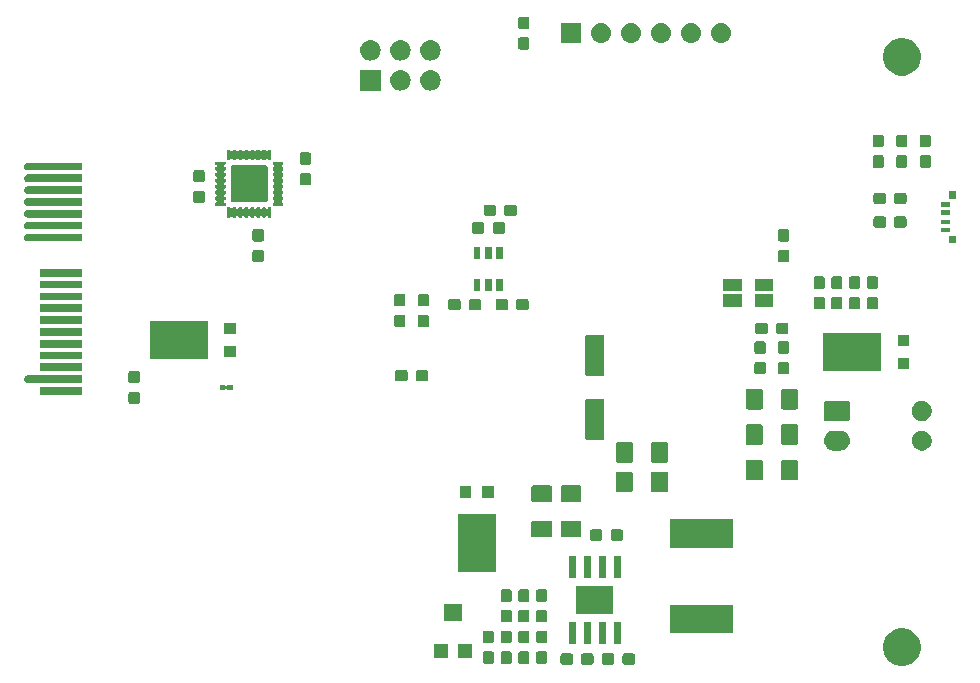
<source format=gbr>
G04 #@! TF.GenerationSoftware,KiCad,Pcbnew,5.0.2+dfsg1-1*
G04 #@! TF.CreationDate,2021-07-01T00:11:51-05:00*
G04 #@! TF.ProjectId,dcpsu-card-a,64637073-752d-4636-9172-642d612e6b69,v0.4-TI*
G04 #@! TF.SameCoordinates,Original*
G04 #@! TF.FileFunction,Soldermask,Top*
G04 #@! TF.FilePolarity,Negative*
%FSLAX46Y46*%
G04 Gerber Fmt 4.6, Leading zero omitted, Abs format (unit mm)*
G04 Created by KiCad (PCBNEW 5.0.2+dfsg1-1) date Thu 01 Jul 2021 12:11:51 AM CDT*
%MOMM*%
%LPD*%
G01*
G04 APERTURE LIST*
%ADD10C,0.100000*%
G04 APERTURE END LIST*
D10*
G36*
X155466703Y-123461486D02*
X155757883Y-123582097D01*
X156019944Y-123757201D01*
X156242799Y-123980056D01*
X156417903Y-124242117D01*
X156538514Y-124533297D01*
X156600000Y-124842412D01*
X156600000Y-125157588D01*
X156538514Y-125466703D01*
X156417903Y-125757883D01*
X156242799Y-126019944D01*
X156019944Y-126242799D01*
X155757883Y-126417903D01*
X155466703Y-126538514D01*
X155157588Y-126600000D01*
X154842412Y-126600000D01*
X154533297Y-126538514D01*
X154242117Y-126417903D01*
X153980056Y-126242799D01*
X153757201Y-126019944D01*
X153582097Y-125757883D01*
X153461486Y-125466703D01*
X153400000Y-125157588D01*
X153400000Y-124842412D01*
X153461486Y-124533297D01*
X153582097Y-124242117D01*
X153757201Y-123980056D01*
X153980056Y-123757201D01*
X154242117Y-123582097D01*
X154533297Y-123461486D01*
X154842412Y-123400000D01*
X155157588Y-123400000D01*
X155466703Y-123461486D01*
X155466703Y-123461486D01*
G37*
G36*
X132259024Y-125528955D02*
X132291736Y-125538879D01*
X132321890Y-125554997D01*
X132348316Y-125576684D01*
X132370003Y-125603110D01*
X132386121Y-125633264D01*
X132396045Y-125665976D01*
X132400000Y-125706138D01*
X132400000Y-126293862D01*
X132396045Y-126334024D01*
X132386121Y-126366736D01*
X132370003Y-126396890D01*
X132348316Y-126423316D01*
X132321890Y-126445003D01*
X132291736Y-126461121D01*
X132259024Y-126471045D01*
X132218862Y-126475000D01*
X131531138Y-126475000D01*
X131490976Y-126471045D01*
X131458264Y-126461121D01*
X131428110Y-126445003D01*
X131401684Y-126423316D01*
X131379997Y-126396890D01*
X131363879Y-126366736D01*
X131353955Y-126334024D01*
X131350000Y-126293862D01*
X131350000Y-125706138D01*
X131353955Y-125665976D01*
X131363879Y-125633264D01*
X131379997Y-125603110D01*
X131401684Y-125576684D01*
X131428110Y-125554997D01*
X131458264Y-125538879D01*
X131490976Y-125528955D01*
X131531138Y-125525000D01*
X132218862Y-125525000D01*
X132259024Y-125528955D01*
X132259024Y-125528955D01*
G37*
G36*
X128759024Y-125528955D02*
X128791736Y-125538879D01*
X128821890Y-125554997D01*
X128848316Y-125576684D01*
X128870003Y-125603110D01*
X128886121Y-125633264D01*
X128896045Y-125665976D01*
X128900000Y-125706138D01*
X128900000Y-126293862D01*
X128896045Y-126334024D01*
X128886121Y-126366736D01*
X128870003Y-126396890D01*
X128848316Y-126423316D01*
X128821890Y-126445003D01*
X128791736Y-126461121D01*
X128759024Y-126471045D01*
X128718862Y-126475000D01*
X128031138Y-126475000D01*
X127990976Y-126471045D01*
X127958264Y-126461121D01*
X127928110Y-126445003D01*
X127901684Y-126423316D01*
X127879997Y-126396890D01*
X127863879Y-126366736D01*
X127853955Y-126334024D01*
X127850000Y-126293862D01*
X127850000Y-125706138D01*
X127853955Y-125665976D01*
X127863879Y-125633264D01*
X127879997Y-125603110D01*
X127901684Y-125576684D01*
X127928110Y-125554997D01*
X127958264Y-125538879D01*
X127990976Y-125528955D01*
X128031138Y-125525000D01*
X128718862Y-125525000D01*
X128759024Y-125528955D01*
X128759024Y-125528955D01*
G37*
G36*
X130509024Y-125528955D02*
X130541736Y-125538879D01*
X130571890Y-125554997D01*
X130598316Y-125576684D01*
X130620003Y-125603110D01*
X130636121Y-125633264D01*
X130646045Y-125665976D01*
X130650000Y-125706138D01*
X130650000Y-126293862D01*
X130646045Y-126334024D01*
X130636121Y-126366736D01*
X130620003Y-126396890D01*
X130598316Y-126423316D01*
X130571890Y-126445003D01*
X130541736Y-126461121D01*
X130509024Y-126471045D01*
X130468862Y-126475000D01*
X129781138Y-126475000D01*
X129740976Y-126471045D01*
X129708264Y-126461121D01*
X129678110Y-126445003D01*
X129651684Y-126423316D01*
X129629997Y-126396890D01*
X129613879Y-126366736D01*
X129603955Y-126334024D01*
X129600000Y-126293862D01*
X129600000Y-125706138D01*
X129603955Y-125665976D01*
X129613879Y-125633264D01*
X129629997Y-125603110D01*
X129651684Y-125576684D01*
X129678110Y-125554997D01*
X129708264Y-125538879D01*
X129740976Y-125528955D01*
X129781138Y-125525000D01*
X130468862Y-125525000D01*
X130509024Y-125528955D01*
X130509024Y-125528955D01*
G37*
G36*
X127009024Y-125528955D02*
X127041736Y-125538879D01*
X127071890Y-125554997D01*
X127098316Y-125576684D01*
X127120003Y-125603110D01*
X127136121Y-125633264D01*
X127146045Y-125665976D01*
X127150000Y-125706138D01*
X127150000Y-126293862D01*
X127146045Y-126334024D01*
X127136121Y-126366736D01*
X127120003Y-126396890D01*
X127098316Y-126423316D01*
X127071890Y-126445003D01*
X127041736Y-126461121D01*
X127009024Y-126471045D01*
X126968862Y-126475000D01*
X126281138Y-126475000D01*
X126240976Y-126471045D01*
X126208264Y-126461121D01*
X126178110Y-126445003D01*
X126151684Y-126423316D01*
X126129997Y-126396890D01*
X126113879Y-126366736D01*
X126103955Y-126334024D01*
X126100000Y-126293862D01*
X126100000Y-125706138D01*
X126103955Y-125665976D01*
X126113879Y-125633264D01*
X126129997Y-125603110D01*
X126151684Y-125576684D01*
X126178110Y-125554997D01*
X126208264Y-125538879D01*
X126240976Y-125528955D01*
X126281138Y-125525000D01*
X126968862Y-125525000D01*
X127009024Y-125528955D01*
X127009024Y-125528955D01*
G37*
G36*
X120334024Y-125353955D02*
X120366736Y-125363879D01*
X120396890Y-125379997D01*
X120423316Y-125401684D01*
X120445003Y-125428110D01*
X120461121Y-125458264D01*
X120471045Y-125490976D01*
X120475000Y-125531138D01*
X120475000Y-126218862D01*
X120471045Y-126259024D01*
X120461121Y-126291736D01*
X120445003Y-126321890D01*
X120423316Y-126348316D01*
X120396890Y-126370003D01*
X120366736Y-126386121D01*
X120334024Y-126396045D01*
X120293862Y-126400000D01*
X119706138Y-126400000D01*
X119665976Y-126396045D01*
X119633264Y-126386121D01*
X119603110Y-126370003D01*
X119576684Y-126348316D01*
X119554997Y-126321890D01*
X119538879Y-126291736D01*
X119528955Y-126259024D01*
X119525000Y-126218862D01*
X119525000Y-125531138D01*
X119528955Y-125490976D01*
X119538879Y-125458264D01*
X119554997Y-125428110D01*
X119576684Y-125401684D01*
X119603110Y-125379997D01*
X119633264Y-125363879D01*
X119665976Y-125353955D01*
X119706138Y-125350000D01*
X120293862Y-125350000D01*
X120334024Y-125353955D01*
X120334024Y-125353955D01*
G37*
G36*
X123334024Y-125353955D02*
X123366736Y-125363879D01*
X123396890Y-125379997D01*
X123423316Y-125401684D01*
X123445003Y-125428110D01*
X123461121Y-125458264D01*
X123471045Y-125490976D01*
X123475000Y-125531138D01*
X123475000Y-126218862D01*
X123471045Y-126259024D01*
X123461121Y-126291736D01*
X123445003Y-126321890D01*
X123423316Y-126348316D01*
X123396890Y-126370003D01*
X123366736Y-126386121D01*
X123334024Y-126396045D01*
X123293862Y-126400000D01*
X122706138Y-126400000D01*
X122665976Y-126396045D01*
X122633264Y-126386121D01*
X122603110Y-126370003D01*
X122576684Y-126348316D01*
X122554997Y-126321890D01*
X122538879Y-126291736D01*
X122528955Y-126259024D01*
X122525000Y-126218862D01*
X122525000Y-125531138D01*
X122528955Y-125490976D01*
X122538879Y-125458264D01*
X122554997Y-125428110D01*
X122576684Y-125401684D01*
X122603110Y-125379997D01*
X122633264Y-125363879D01*
X122665976Y-125353955D01*
X122706138Y-125350000D01*
X123293862Y-125350000D01*
X123334024Y-125353955D01*
X123334024Y-125353955D01*
G37*
G36*
X124834024Y-125353955D02*
X124866736Y-125363879D01*
X124896890Y-125379997D01*
X124923316Y-125401684D01*
X124945003Y-125428110D01*
X124961121Y-125458264D01*
X124971045Y-125490976D01*
X124975000Y-125531138D01*
X124975000Y-126218862D01*
X124971045Y-126259024D01*
X124961121Y-126291736D01*
X124945003Y-126321890D01*
X124923316Y-126348316D01*
X124896890Y-126370003D01*
X124866736Y-126386121D01*
X124834024Y-126396045D01*
X124793862Y-126400000D01*
X124206138Y-126400000D01*
X124165976Y-126396045D01*
X124133264Y-126386121D01*
X124103110Y-126370003D01*
X124076684Y-126348316D01*
X124054997Y-126321890D01*
X124038879Y-126291736D01*
X124028955Y-126259024D01*
X124025000Y-126218862D01*
X124025000Y-125531138D01*
X124028955Y-125490976D01*
X124038879Y-125458264D01*
X124054997Y-125428110D01*
X124076684Y-125401684D01*
X124103110Y-125379997D01*
X124133264Y-125363879D01*
X124165976Y-125353955D01*
X124206138Y-125350000D01*
X124793862Y-125350000D01*
X124834024Y-125353955D01*
X124834024Y-125353955D01*
G37*
G36*
X121834024Y-125353955D02*
X121866736Y-125363879D01*
X121896890Y-125379997D01*
X121923316Y-125401684D01*
X121945003Y-125428110D01*
X121961121Y-125458264D01*
X121971045Y-125490976D01*
X121975000Y-125531138D01*
X121975000Y-126218862D01*
X121971045Y-126259024D01*
X121961121Y-126291736D01*
X121945003Y-126321890D01*
X121923316Y-126348316D01*
X121896890Y-126370003D01*
X121866736Y-126386121D01*
X121834024Y-126396045D01*
X121793862Y-126400000D01*
X121206138Y-126400000D01*
X121165976Y-126396045D01*
X121133264Y-126386121D01*
X121103110Y-126370003D01*
X121076684Y-126348316D01*
X121054997Y-126321890D01*
X121038879Y-126291736D01*
X121028955Y-126259024D01*
X121025000Y-126218862D01*
X121025000Y-125531138D01*
X121028955Y-125490976D01*
X121038879Y-125458264D01*
X121054997Y-125428110D01*
X121076684Y-125401684D01*
X121103110Y-125379997D01*
X121133264Y-125363879D01*
X121165976Y-125353955D01*
X121206138Y-125350000D01*
X121793862Y-125350000D01*
X121834024Y-125353955D01*
X121834024Y-125353955D01*
G37*
G36*
X116600000Y-125900000D02*
X115400000Y-125900000D01*
X115400000Y-124700000D01*
X116600000Y-124700000D01*
X116600000Y-125900000D01*
X116600000Y-125900000D01*
G37*
G36*
X118600000Y-125900000D02*
X117400000Y-125900000D01*
X117400000Y-124700000D01*
X118600000Y-124700000D01*
X118600000Y-125900000D01*
X118600000Y-125900000D01*
G37*
G36*
X128670000Y-124735000D02*
X128060000Y-124735000D01*
X128060000Y-122825000D01*
X128670000Y-122825000D01*
X128670000Y-124735000D01*
X128670000Y-124735000D01*
G37*
G36*
X127400000Y-124735000D02*
X126790000Y-124735000D01*
X126790000Y-122825000D01*
X127400000Y-122825000D01*
X127400000Y-124735000D01*
X127400000Y-124735000D01*
G37*
G36*
X129940000Y-124735000D02*
X129330000Y-124735000D01*
X129330000Y-122825000D01*
X129940000Y-122825000D01*
X129940000Y-124735000D01*
X129940000Y-124735000D01*
G37*
G36*
X131210000Y-124735000D02*
X130600000Y-124735000D01*
X130600000Y-122825000D01*
X131210000Y-122825000D01*
X131210000Y-124735000D01*
X131210000Y-124735000D01*
G37*
G36*
X123334024Y-123603955D02*
X123366736Y-123613879D01*
X123396890Y-123629997D01*
X123423316Y-123651684D01*
X123445003Y-123678110D01*
X123461121Y-123708264D01*
X123471045Y-123740976D01*
X123475000Y-123781138D01*
X123475000Y-124468862D01*
X123471045Y-124509024D01*
X123461121Y-124541736D01*
X123445003Y-124571890D01*
X123423316Y-124598316D01*
X123396890Y-124620003D01*
X123366736Y-124636121D01*
X123334024Y-124646045D01*
X123293862Y-124650000D01*
X122706138Y-124650000D01*
X122665976Y-124646045D01*
X122633264Y-124636121D01*
X122603110Y-124620003D01*
X122576684Y-124598316D01*
X122554997Y-124571890D01*
X122538879Y-124541736D01*
X122528955Y-124509024D01*
X122525000Y-124468862D01*
X122525000Y-123781138D01*
X122528955Y-123740976D01*
X122538879Y-123708264D01*
X122554997Y-123678110D01*
X122576684Y-123651684D01*
X122603110Y-123629997D01*
X122633264Y-123613879D01*
X122665976Y-123603955D01*
X122706138Y-123600000D01*
X123293862Y-123600000D01*
X123334024Y-123603955D01*
X123334024Y-123603955D01*
G37*
G36*
X124834024Y-123603955D02*
X124866736Y-123613879D01*
X124896890Y-123629997D01*
X124923316Y-123651684D01*
X124945003Y-123678110D01*
X124961121Y-123708264D01*
X124971045Y-123740976D01*
X124975000Y-123781138D01*
X124975000Y-124468862D01*
X124971045Y-124509024D01*
X124961121Y-124541736D01*
X124945003Y-124571890D01*
X124923316Y-124598316D01*
X124896890Y-124620003D01*
X124866736Y-124636121D01*
X124834024Y-124646045D01*
X124793862Y-124650000D01*
X124206138Y-124650000D01*
X124165976Y-124646045D01*
X124133264Y-124636121D01*
X124103110Y-124620003D01*
X124076684Y-124598316D01*
X124054997Y-124571890D01*
X124038879Y-124541736D01*
X124028955Y-124509024D01*
X124025000Y-124468862D01*
X124025000Y-123781138D01*
X124028955Y-123740976D01*
X124038879Y-123708264D01*
X124054997Y-123678110D01*
X124076684Y-123651684D01*
X124103110Y-123629997D01*
X124133264Y-123613879D01*
X124165976Y-123603955D01*
X124206138Y-123600000D01*
X124793862Y-123600000D01*
X124834024Y-123603955D01*
X124834024Y-123603955D01*
G37*
G36*
X120334024Y-123603955D02*
X120366736Y-123613879D01*
X120396890Y-123629997D01*
X120423316Y-123651684D01*
X120445003Y-123678110D01*
X120461121Y-123708264D01*
X120471045Y-123740976D01*
X120475000Y-123781138D01*
X120475000Y-124468862D01*
X120471045Y-124509024D01*
X120461121Y-124541736D01*
X120445003Y-124571890D01*
X120423316Y-124598316D01*
X120396890Y-124620003D01*
X120366736Y-124636121D01*
X120334024Y-124646045D01*
X120293862Y-124650000D01*
X119706138Y-124650000D01*
X119665976Y-124646045D01*
X119633264Y-124636121D01*
X119603110Y-124620003D01*
X119576684Y-124598316D01*
X119554997Y-124571890D01*
X119538879Y-124541736D01*
X119528955Y-124509024D01*
X119525000Y-124468862D01*
X119525000Y-123781138D01*
X119528955Y-123740976D01*
X119538879Y-123708264D01*
X119554997Y-123678110D01*
X119576684Y-123651684D01*
X119603110Y-123629997D01*
X119633264Y-123613879D01*
X119665976Y-123603955D01*
X119706138Y-123600000D01*
X120293862Y-123600000D01*
X120334024Y-123603955D01*
X120334024Y-123603955D01*
G37*
G36*
X121834024Y-123603955D02*
X121866736Y-123613879D01*
X121896890Y-123629997D01*
X121923316Y-123651684D01*
X121945003Y-123678110D01*
X121961121Y-123708264D01*
X121971045Y-123740976D01*
X121975000Y-123781138D01*
X121975000Y-124468862D01*
X121971045Y-124509024D01*
X121961121Y-124541736D01*
X121945003Y-124571890D01*
X121923316Y-124598316D01*
X121896890Y-124620003D01*
X121866736Y-124636121D01*
X121834024Y-124646045D01*
X121793862Y-124650000D01*
X121206138Y-124650000D01*
X121165976Y-124646045D01*
X121133264Y-124636121D01*
X121103110Y-124620003D01*
X121076684Y-124598316D01*
X121054997Y-124571890D01*
X121038879Y-124541736D01*
X121028955Y-124509024D01*
X121025000Y-124468862D01*
X121025000Y-123781138D01*
X121028955Y-123740976D01*
X121038879Y-123708264D01*
X121054997Y-123678110D01*
X121076684Y-123651684D01*
X121103110Y-123629997D01*
X121133264Y-123613879D01*
X121165976Y-123603955D01*
X121206138Y-123600000D01*
X121793862Y-123600000D01*
X121834024Y-123603955D01*
X121834024Y-123603955D01*
G37*
G36*
X140667000Y-123826000D02*
X135333000Y-123826000D01*
X135333000Y-121413000D01*
X140667000Y-121413000D01*
X140667000Y-123826000D01*
X140667000Y-123826000D01*
G37*
G36*
X123334024Y-121853955D02*
X123366736Y-121863879D01*
X123396890Y-121879997D01*
X123423316Y-121901684D01*
X123445003Y-121928110D01*
X123461121Y-121958264D01*
X123471045Y-121990976D01*
X123475000Y-122031138D01*
X123475000Y-122718862D01*
X123471045Y-122759024D01*
X123461121Y-122791736D01*
X123445003Y-122821890D01*
X123423316Y-122848316D01*
X123396890Y-122870003D01*
X123366736Y-122886121D01*
X123334024Y-122896045D01*
X123293862Y-122900000D01*
X122706138Y-122900000D01*
X122665976Y-122896045D01*
X122633264Y-122886121D01*
X122603110Y-122870003D01*
X122576684Y-122848316D01*
X122554997Y-122821890D01*
X122538879Y-122791736D01*
X122528955Y-122759024D01*
X122525000Y-122718862D01*
X122525000Y-122031138D01*
X122528955Y-121990976D01*
X122538879Y-121958264D01*
X122554997Y-121928110D01*
X122576684Y-121901684D01*
X122603110Y-121879997D01*
X122633264Y-121863879D01*
X122665976Y-121853955D01*
X122706138Y-121850000D01*
X123293862Y-121850000D01*
X123334024Y-121853955D01*
X123334024Y-121853955D01*
G37*
G36*
X121834024Y-121853955D02*
X121866736Y-121863879D01*
X121896890Y-121879997D01*
X121923316Y-121901684D01*
X121945003Y-121928110D01*
X121961121Y-121958264D01*
X121971045Y-121990976D01*
X121975000Y-122031138D01*
X121975000Y-122718862D01*
X121971045Y-122759024D01*
X121961121Y-122791736D01*
X121945003Y-122821890D01*
X121923316Y-122848316D01*
X121896890Y-122870003D01*
X121866736Y-122886121D01*
X121834024Y-122896045D01*
X121793862Y-122900000D01*
X121206138Y-122900000D01*
X121165976Y-122896045D01*
X121133264Y-122886121D01*
X121103110Y-122870003D01*
X121076684Y-122848316D01*
X121054997Y-122821890D01*
X121038879Y-122791736D01*
X121028955Y-122759024D01*
X121025000Y-122718862D01*
X121025000Y-122031138D01*
X121028955Y-121990976D01*
X121038879Y-121958264D01*
X121054997Y-121928110D01*
X121076684Y-121901684D01*
X121103110Y-121879997D01*
X121133264Y-121863879D01*
X121165976Y-121853955D01*
X121206138Y-121850000D01*
X121793862Y-121850000D01*
X121834024Y-121853955D01*
X121834024Y-121853955D01*
G37*
G36*
X124834024Y-121853955D02*
X124866736Y-121863879D01*
X124896890Y-121879997D01*
X124923316Y-121901684D01*
X124945003Y-121928110D01*
X124961121Y-121958264D01*
X124971045Y-121990976D01*
X124975000Y-122031138D01*
X124975000Y-122718862D01*
X124971045Y-122759024D01*
X124961121Y-122791736D01*
X124945003Y-122821890D01*
X124923316Y-122848316D01*
X124896890Y-122870003D01*
X124866736Y-122886121D01*
X124834024Y-122896045D01*
X124793862Y-122900000D01*
X124206138Y-122900000D01*
X124165976Y-122896045D01*
X124133264Y-122886121D01*
X124103110Y-122870003D01*
X124076684Y-122848316D01*
X124054997Y-122821890D01*
X124038879Y-122791736D01*
X124028955Y-122759024D01*
X124025000Y-122718862D01*
X124025000Y-122031138D01*
X124028955Y-121990976D01*
X124038879Y-121958264D01*
X124054997Y-121928110D01*
X124076684Y-121901684D01*
X124103110Y-121879997D01*
X124133264Y-121863879D01*
X124165976Y-121853955D01*
X124206138Y-121850000D01*
X124793862Y-121850000D01*
X124834024Y-121853955D01*
X124834024Y-121853955D01*
G37*
G36*
X117800000Y-122800000D02*
X116200000Y-122800000D01*
X116200000Y-121300000D01*
X117800000Y-121300000D01*
X117800000Y-122800000D01*
X117800000Y-122800000D01*
G37*
G36*
X130550000Y-122205000D02*
X127450000Y-122205000D01*
X127450000Y-119795000D01*
X130550000Y-119795000D01*
X130550000Y-122205000D01*
X130550000Y-122205000D01*
G37*
G36*
X124834024Y-120103955D02*
X124866736Y-120113879D01*
X124896890Y-120129997D01*
X124923316Y-120151684D01*
X124945003Y-120178110D01*
X124961121Y-120208264D01*
X124971045Y-120240976D01*
X124975000Y-120281138D01*
X124975000Y-120968862D01*
X124971045Y-121009024D01*
X124961121Y-121041736D01*
X124945003Y-121071890D01*
X124923316Y-121098316D01*
X124896890Y-121120003D01*
X124866736Y-121136121D01*
X124834024Y-121146045D01*
X124793862Y-121150000D01*
X124206138Y-121150000D01*
X124165976Y-121146045D01*
X124133264Y-121136121D01*
X124103110Y-121120003D01*
X124076684Y-121098316D01*
X124054997Y-121071890D01*
X124038879Y-121041736D01*
X124028955Y-121009024D01*
X124025000Y-120968862D01*
X124025000Y-120281138D01*
X124028955Y-120240976D01*
X124038879Y-120208264D01*
X124054997Y-120178110D01*
X124076684Y-120151684D01*
X124103110Y-120129997D01*
X124133264Y-120113879D01*
X124165976Y-120103955D01*
X124206138Y-120100000D01*
X124793862Y-120100000D01*
X124834024Y-120103955D01*
X124834024Y-120103955D01*
G37*
G36*
X121834024Y-120103955D02*
X121866736Y-120113879D01*
X121896890Y-120129997D01*
X121923316Y-120151684D01*
X121945003Y-120178110D01*
X121961121Y-120208264D01*
X121971045Y-120240976D01*
X121975000Y-120281138D01*
X121975000Y-120968862D01*
X121971045Y-121009024D01*
X121961121Y-121041736D01*
X121945003Y-121071890D01*
X121923316Y-121098316D01*
X121896890Y-121120003D01*
X121866736Y-121136121D01*
X121834024Y-121146045D01*
X121793862Y-121150000D01*
X121206138Y-121150000D01*
X121165976Y-121146045D01*
X121133264Y-121136121D01*
X121103110Y-121120003D01*
X121076684Y-121098316D01*
X121054997Y-121071890D01*
X121038879Y-121041736D01*
X121028955Y-121009024D01*
X121025000Y-120968862D01*
X121025000Y-120281138D01*
X121028955Y-120240976D01*
X121038879Y-120208264D01*
X121054997Y-120178110D01*
X121076684Y-120151684D01*
X121103110Y-120129997D01*
X121133264Y-120113879D01*
X121165976Y-120103955D01*
X121206138Y-120100000D01*
X121793862Y-120100000D01*
X121834024Y-120103955D01*
X121834024Y-120103955D01*
G37*
G36*
X123334024Y-120103955D02*
X123366736Y-120113879D01*
X123396890Y-120129997D01*
X123423316Y-120151684D01*
X123445003Y-120178110D01*
X123461121Y-120208264D01*
X123471045Y-120240976D01*
X123475000Y-120281138D01*
X123475000Y-120968862D01*
X123471045Y-121009024D01*
X123461121Y-121041736D01*
X123445003Y-121071890D01*
X123423316Y-121098316D01*
X123396890Y-121120003D01*
X123366736Y-121136121D01*
X123334024Y-121146045D01*
X123293862Y-121150000D01*
X122706138Y-121150000D01*
X122665976Y-121146045D01*
X122633264Y-121136121D01*
X122603110Y-121120003D01*
X122576684Y-121098316D01*
X122554997Y-121071890D01*
X122538879Y-121041736D01*
X122528955Y-121009024D01*
X122525000Y-120968862D01*
X122525000Y-120281138D01*
X122528955Y-120240976D01*
X122538879Y-120208264D01*
X122554997Y-120178110D01*
X122576684Y-120151684D01*
X122603110Y-120129997D01*
X122633264Y-120113879D01*
X122665976Y-120103955D01*
X122706138Y-120100000D01*
X123293862Y-120100000D01*
X123334024Y-120103955D01*
X123334024Y-120103955D01*
G37*
G36*
X129940000Y-119175000D02*
X129330000Y-119175000D01*
X129330000Y-117265000D01*
X129940000Y-117265000D01*
X129940000Y-119175000D01*
X129940000Y-119175000D01*
G37*
G36*
X127400000Y-119175000D02*
X126790000Y-119175000D01*
X126790000Y-117265000D01*
X127400000Y-117265000D01*
X127400000Y-119175000D01*
X127400000Y-119175000D01*
G37*
G36*
X131210000Y-119175000D02*
X130600000Y-119175000D01*
X130600000Y-117265000D01*
X131210000Y-117265000D01*
X131210000Y-119175000D01*
X131210000Y-119175000D01*
G37*
G36*
X128670000Y-119175000D02*
X128060000Y-119175000D01*
X128060000Y-117265000D01*
X128670000Y-117265000D01*
X128670000Y-119175000D01*
X128670000Y-119175000D01*
G37*
G36*
X120600000Y-118650000D02*
X117400000Y-118650000D01*
X117400000Y-113750000D01*
X120600000Y-113750000D01*
X120600000Y-118650000D01*
X120600000Y-118650000D01*
G37*
G36*
X140667000Y-116587000D02*
X135333000Y-116587000D01*
X135333000Y-114174000D01*
X140667000Y-114174000D01*
X140667000Y-116587000D01*
X140667000Y-116587000D01*
G37*
G36*
X131259024Y-115028955D02*
X131291736Y-115038879D01*
X131321890Y-115054997D01*
X131348316Y-115076684D01*
X131370003Y-115103110D01*
X131386121Y-115133264D01*
X131396045Y-115165976D01*
X131400000Y-115206138D01*
X131400000Y-115793862D01*
X131396045Y-115834024D01*
X131386121Y-115866736D01*
X131370003Y-115896890D01*
X131348316Y-115923316D01*
X131321890Y-115945003D01*
X131291736Y-115961121D01*
X131259024Y-115971045D01*
X131218862Y-115975000D01*
X130531138Y-115975000D01*
X130490976Y-115971045D01*
X130458264Y-115961121D01*
X130428110Y-115945003D01*
X130401684Y-115923316D01*
X130379997Y-115896890D01*
X130363879Y-115866736D01*
X130353955Y-115834024D01*
X130350000Y-115793862D01*
X130350000Y-115206138D01*
X130353955Y-115165976D01*
X130363879Y-115133264D01*
X130379997Y-115103110D01*
X130401684Y-115076684D01*
X130428110Y-115054997D01*
X130458264Y-115038879D01*
X130490976Y-115028955D01*
X130531138Y-115025000D01*
X131218862Y-115025000D01*
X131259024Y-115028955D01*
X131259024Y-115028955D01*
G37*
G36*
X129509024Y-115028955D02*
X129541736Y-115038879D01*
X129571890Y-115054997D01*
X129598316Y-115076684D01*
X129620003Y-115103110D01*
X129636121Y-115133264D01*
X129646045Y-115165976D01*
X129650000Y-115206138D01*
X129650000Y-115793862D01*
X129646045Y-115834024D01*
X129636121Y-115866736D01*
X129620003Y-115896890D01*
X129598316Y-115923316D01*
X129571890Y-115945003D01*
X129541736Y-115961121D01*
X129509024Y-115971045D01*
X129468862Y-115975000D01*
X128781138Y-115975000D01*
X128740976Y-115971045D01*
X128708264Y-115961121D01*
X128678110Y-115945003D01*
X128651684Y-115923316D01*
X128629997Y-115896890D01*
X128613879Y-115866736D01*
X128603955Y-115834024D01*
X128600000Y-115793862D01*
X128600000Y-115206138D01*
X128603955Y-115165976D01*
X128613879Y-115133264D01*
X128629997Y-115103110D01*
X128651684Y-115076684D01*
X128678110Y-115054997D01*
X128708264Y-115038879D01*
X128740976Y-115028955D01*
X128781138Y-115025000D01*
X129468862Y-115025000D01*
X129509024Y-115028955D01*
X129509024Y-115028955D01*
G37*
G36*
X125238964Y-114278837D02*
X125270528Y-114288412D01*
X125299617Y-114303960D01*
X125325114Y-114324886D01*
X125346040Y-114350383D01*
X125361588Y-114379472D01*
X125371163Y-114411036D01*
X125375000Y-114449998D01*
X125375000Y-115525002D01*
X125371163Y-115563964D01*
X125361588Y-115595528D01*
X125346040Y-115624617D01*
X125325114Y-115650114D01*
X125299617Y-115671040D01*
X125270528Y-115686588D01*
X125238964Y-115696163D01*
X125200002Y-115700000D01*
X123799998Y-115700000D01*
X123761036Y-115696163D01*
X123729472Y-115686588D01*
X123700383Y-115671040D01*
X123674886Y-115650114D01*
X123653960Y-115624617D01*
X123638412Y-115595528D01*
X123628837Y-115563964D01*
X123625000Y-115525002D01*
X123625000Y-114449998D01*
X123628837Y-114411036D01*
X123638412Y-114379472D01*
X123653960Y-114350383D01*
X123674886Y-114324886D01*
X123700383Y-114303960D01*
X123729472Y-114288412D01*
X123761036Y-114278837D01*
X123799998Y-114275000D01*
X125200002Y-114275000D01*
X125238964Y-114278837D01*
X125238964Y-114278837D01*
G37*
G36*
X127738964Y-114278837D02*
X127770528Y-114288412D01*
X127799617Y-114303960D01*
X127825114Y-114324886D01*
X127846040Y-114350383D01*
X127861588Y-114379472D01*
X127871163Y-114411036D01*
X127875000Y-114449998D01*
X127875000Y-115525002D01*
X127871163Y-115563964D01*
X127861588Y-115595528D01*
X127846040Y-115624617D01*
X127825114Y-115650114D01*
X127799617Y-115671040D01*
X127770528Y-115686588D01*
X127738964Y-115696163D01*
X127700002Y-115700000D01*
X126299998Y-115700000D01*
X126261036Y-115696163D01*
X126229472Y-115686588D01*
X126200383Y-115671040D01*
X126174886Y-115650114D01*
X126153960Y-115624617D01*
X126138412Y-115595528D01*
X126128837Y-115563964D01*
X126125000Y-115525002D01*
X126125000Y-114449998D01*
X126128837Y-114411036D01*
X126138412Y-114379472D01*
X126153960Y-114350383D01*
X126174886Y-114324886D01*
X126200383Y-114303960D01*
X126229472Y-114288412D01*
X126261036Y-114278837D01*
X126299998Y-114275000D01*
X127700002Y-114275000D01*
X127738964Y-114278837D01*
X127738964Y-114278837D01*
G37*
G36*
X125238964Y-111303837D02*
X125270528Y-111313412D01*
X125299617Y-111328960D01*
X125325114Y-111349886D01*
X125346040Y-111375383D01*
X125361588Y-111404472D01*
X125371163Y-111436036D01*
X125375000Y-111474998D01*
X125375000Y-112550002D01*
X125371163Y-112588964D01*
X125361588Y-112620528D01*
X125346040Y-112649617D01*
X125325114Y-112675114D01*
X125299617Y-112696040D01*
X125270528Y-112711588D01*
X125238964Y-112721163D01*
X125200002Y-112725000D01*
X123799998Y-112725000D01*
X123761036Y-112721163D01*
X123729472Y-112711588D01*
X123700383Y-112696040D01*
X123674886Y-112675114D01*
X123653960Y-112649617D01*
X123638412Y-112620528D01*
X123628837Y-112588964D01*
X123625000Y-112550002D01*
X123625000Y-111474998D01*
X123628837Y-111436036D01*
X123638412Y-111404472D01*
X123653960Y-111375383D01*
X123674886Y-111349886D01*
X123700383Y-111328960D01*
X123729472Y-111313412D01*
X123761036Y-111303837D01*
X123799998Y-111300000D01*
X125200002Y-111300000D01*
X125238964Y-111303837D01*
X125238964Y-111303837D01*
G37*
G36*
X127738964Y-111303837D02*
X127770528Y-111313412D01*
X127799617Y-111328960D01*
X127825114Y-111349886D01*
X127846040Y-111375383D01*
X127861588Y-111404472D01*
X127871163Y-111436036D01*
X127875000Y-111474998D01*
X127875000Y-112550002D01*
X127871163Y-112588964D01*
X127861588Y-112620528D01*
X127846040Y-112649617D01*
X127825114Y-112675114D01*
X127799617Y-112696040D01*
X127770528Y-112711588D01*
X127738964Y-112721163D01*
X127700002Y-112725000D01*
X126299998Y-112725000D01*
X126261036Y-112721163D01*
X126229472Y-112711588D01*
X126200383Y-112696040D01*
X126174886Y-112675114D01*
X126153960Y-112649617D01*
X126138412Y-112620528D01*
X126128837Y-112588964D01*
X126125000Y-112550002D01*
X126125000Y-111474998D01*
X126128837Y-111436036D01*
X126138412Y-111404472D01*
X126153960Y-111375383D01*
X126174886Y-111349886D01*
X126200383Y-111328960D01*
X126229472Y-111313412D01*
X126261036Y-111303837D01*
X126299998Y-111300000D01*
X127700002Y-111300000D01*
X127738964Y-111303837D01*
X127738964Y-111303837D01*
G37*
G36*
X120445000Y-112350000D02*
X119495000Y-112350000D01*
X119495000Y-111350000D01*
X120445000Y-111350000D01*
X120445000Y-112350000D01*
X120445000Y-112350000D01*
G37*
G36*
X118505000Y-112350000D02*
X117555000Y-112350000D01*
X117555000Y-111350000D01*
X118505000Y-111350000D01*
X118505000Y-112350000D01*
X118505000Y-112350000D01*
G37*
G36*
X135063964Y-110128837D02*
X135095528Y-110138412D01*
X135124617Y-110153960D01*
X135150114Y-110174886D01*
X135171040Y-110200383D01*
X135186588Y-110229472D01*
X135196163Y-110261036D01*
X135200000Y-110299998D01*
X135200000Y-111700002D01*
X135196163Y-111738964D01*
X135186588Y-111770528D01*
X135171040Y-111799617D01*
X135150114Y-111825114D01*
X135124617Y-111846040D01*
X135095528Y-111861588D01*
X135063964Y-111871163D01*
X135025002Y-111875000D01*
X133949998Y-111875000D01*
X133911036Y-111871163D01*
X133879472Y-111861588D01*
X133850383Y-111846040D01*
X133824886Y-111825114D01*
X133803960Y-111799617D01*
X133788412Y-111770528D01*
X133778837Y-111738964D01*
X133775000Y-111700002D01*
X133775000Y-110299998D01*
X133778837Y-110261036D01*
X133788412Y-110229472D01*
X133803960Y-110200383D01*
X133824886Y-110174886D01*
X133850383Y-110153960D01*
X133879472Y-110138412D01*
X133911036Y-110128837D01*
X133949998Y-110125000D01*
X135025002Y-110125000D01*
X135063964Y-110128837D01*
X135063964Y-110128837D01*
G37*
G36*
X132088964Y-110128837D02*
X132120528Y-110138412D01*
X132149617Y-110153960D01*
X132175114Y-110174886D01*
X132196040Y-110200383D01*
X132211588Y-110229472D01*
X132221163Y-110261036D01*
X132225000Y-110299998D01*
X132225000Y-111700002D01*
X132221163Y-111738964D01*
X132211588Y-111770528D01*
X132196040Y-111799617D01*
X132175114Y-111825114D01*
X132149617Y-111846040D01*
X132120528Y-111861588D01*
X132088964Y-111871163D01*
X132050002Y-111875000D01*
X130974998Y-111875000D01*
X130936036Y-111871163D01*
X130904472Y-111861588D01*
X130875383Y-111846040D01*
X130849886Y-111825114D01*
X130828960Y-111799617D01*
X130813412Y-111770528D01*
X130803837Y-111738964D01*
X130800000Y-111700002D01*
X130800000Y-110299998D01*
X130803837Y-110261036D01*
X130813412Y-110229472D01*
X130828960Y-110200383D01*
X130849886Y-110174886D01*
X130875383Y-110153960D01*
X130904472Y-110138412D01*
X130936036Y-110128837D01*
X130974998Y-110125000D01*
X132050002Y-110125000D01*
X132088964Y-110128837D01*
X132088964Y-110128837D01*
G37*
G36*
X143088964Y-109128837D02*
X143120528Y-109138412D01*
X143149617Y-109153960D01*
X143175114Y-109174886D01*
X143196040Y-109200383D01*
X143211588Y-109229472D01*
X143221163Y-109261036D01*
X143225000Y-109299998D01*
X143225000Y-110700002D01*
X143221163Y-110738964D01*
X143211588Y-110770528D01*
X143196040Y-110799617D01*
X143175114Y-110825114D01*
X143149617Y-110846040D01*
X143120528Y-110861588D01*
X143088964Y-110871163D01*
X143050002Y-110875000D01*
X141974998Y-110875000D01*
X141936036Y-110871163D01*
X141904472Y-110861588D01*
X141875383Y-110846040D01*
X141849886Y-110825114D01*
X141828960Y-110799617D01*
X141813412Y-110770528D01*
X141803837Y-110738964D01*
X141800000Y-110700002D01*
X141800000Y-109299998D01*
X141803837Y-109261036D01*
X141813412Y-109229472D01*
X141828960Y-109200383D01*
X141849886Y-109174886D01*
X141875383Y-109153960D01*
X141904472Y-109138412D01*
X141936036Y-109128837D01*
X141974998Y-109125000D01*
X143050002Y-109125000D01*
X143088964Y-109128837D01*
X143088964Y-109128837D01*
G37*
G36*
X146063964Y-109128837D02*
X146095528Y-109138412D01*
X146124617Y-109153960D01*
X146150114Y-109174886D01*
X146171040Y-109200383D01*
X146186588Y-109229472D01*
X146196163Y-109261036D01*
X146200000Y-109299998D01*
X146200000Y-110700002D01*
X146196163Y-110738964D01*
X146186588Y-110770528D01*
X146171040Y-110799617D01*
X146150114Y-110825114D01*
X146124617Y-110846040D01*
X146095528Y-110861588D01*
X146063964Y-110871163D01*
X146025002Y-110875000D01*
X144949998Y-110875000D01*
X144911036Y-110871163D01*
X144879472Y-110861588D01*
X144850383Y-110846040D01*
X144824886Y-110825114D01*
X144803960Y-110799617D01*
X144788412Y-110770528D01*
X144778837Y-110738964D01*
X144775000Y-110700002D01*
X144775000Y-109299998D01*
X144778837Y-109261036D01*
X144788412Y-109229472D01*
X144803960Y-109200383D01*
X144824886Y-109174886D01*
X144850383Y-109153960D01*
X144879472Y-109138412D01*
X144911036Y-109128837D01*
X144949998Y-109125000D01*
X146025002Y-109125000D01*
X146063964Y-109128837D01*
X146063964Y-109128837D01*
G37*
G36*
X135063964Y-107628837D02*
X135095528Y-107638412D01*
X135124617Y-107653960D01*
X135150114Y-107674886D01*
X135171040Y-107700383D01*
X135186588Y-107729472D01*
X135196163Y-107761036D01*
X135200000Y-107799998D01*
X135200000Y-109200002D01*
X135196163Y-109238964D01*
X135186588Y-109270528D01*
X135171040Y-109299617D01*
X135150114Y-109325114D01*
X135124617Y-109346040D01*
X135095528Y-109361588D01*
X135063964Y-109371163D01*
X135025002Y-109375000D01*
X133949998Y-109375000D01*
X133911036Y-109371163D01*
X133879472Y-109361588D01*
X133850383Y-109346040D01*
X133824886Y-109325114D01*
X133803960Y-109299617D01*
X133788412Y-109270528D01*
X133778837Y-109238964D01*
X133775000Y-109200002D01*
X133775000Y-107799998D01*
X133778837Y-107761036D01*
X133788412Y-107729472D01*
X133803960Y-107700383D01*
X133824886Y-107674886D01*
X133850383Y-107653960D01*
X133879472Y-107638412D01*
X133911036Y-107628837D01*
X133949998Y-107625000D01*
X135025002Y-107625000D01*
X135063964Y-107628837D01*
X135063964Y-107628837D01*
G37*
G36*
X132088964Y-107628837D02*
X132120528Y-107638412D01*
X132149617Y-107653960D01*
X132175114Y-107674886D01*
X132196040Y-107700383D01*
X132211588Y-107729472D01*
X132221163Y-107761036D01*
X132225000Y-107799998D01*
X132225000Y-109200002D01*
X132221163Y-109238964D01*
X132211588Y-109270528D01*
X132196040Y-109299617D01*
X132175114Y-109325114D01*
X132149617Y-109346040D01*
X132120528Y-109361588D01*
X132088964Y-109371163D01*
X132050002Y-109375000D01*
X130974998Y-109375000D01*
X130936036Y-109371163D01*
X130904472Y-109361588D01*
X130875383Y-109346040D01*
X130849886Y-109325114D01*
X130828960Y-109299617D01*
X130813412Y-109270528D01*
X130803837Y-109238964D01*
X130800000Y-109200002D01*
X130800000Y-107799998D01*
X130803837Y-107761036D01*
X130813412Y-107729472D01*
X130828960Y-107700383D01*
X130849886Y-107674886D01*
X130875383Y-107653960D01*
X130904472Y-107638412D01*
X130936036Y-107628837D01*
X130974998Y-107625000D01*
X132050002Y-107625000D01*
X132088964Y-107628837D01*
X132088964Y-107628837D01*
G37*
G36*
X149916630Y-106662299D02*
X150076855Y-106710903D01*
X150224520Y-106789831D01*
X150353949Y-106896051D01*
X150460169Y-107025480D01*
X150539097Y-107173145D01*
X150587701Y-107333370D01*
X150604112Y-107500000D01*
X150587701Y-107666630D01*
X150539097Y-107826855D01*
X150460169Y-107974520D01*
X150353949Y-108103949D01*
X150224520Y-108210169D01*
X150076855Y-108289097D01*
X149916630Y-108337701D01*
X149791752Y-108350000D01*
X149208248Y-108350000D01*
X149083370Y-108337701D01*
X148923145Y-108289097D01*
X148775480Y-108210169D01*
X148646051Y-108103949D01*
X148539831Y-107974520D01*
X148460903Y-107826855D01*
X148412299Y-107666630D01*
X148395888Y-107500000D01*
X148412299Y-107333370D01*
X148460903Y-107173145D01*
X148539831Y-107025480D01*
X148646051Y-106896051D01*
X148775480Y-106789831D01*
X148923145Y-106710903D01*
X149083370Y-106662299D01*
X149208248Y-106650000D01*
X149791752Y-106650000D01*
X149916630Y-106662299D01*
X149916630Y-106662299D01*
G37*
G36*
X156927934Y-106682664D02*
X157082627Y-106746740D01*
X157221847Y-106839764D01*
X157340236Y-106958153D01*
X157433260Y-107097373D01*
X157497336Y-107252066D01*
X157530000Y-107416281D01*
X157530000Y-107583719D01*
X157497336Y-107747934D01*
X157433260Y-107902627D01*
X157340236Y-108041847D01*
X157221847Y-108160236D01*
X157082627Y-108253260D01*
X156927934Y-108317336D01*
X156763719Y-108350000D01*
X156596281Y-108350000D01*
X156432066Y-108317336D01*
X156277373Y-108253260D01*
X156138153Y-108160236D01*
X156019764Y-108041847D01*
X155926740Y-107902627D01*
X155862664Y-107747934D01*
X155830000Y-107583719D01*
X155830000Y-107416281D01*
X155862664Y-107252066D01*
X155926740Y-107097373D01*
X156019764Y-106958153D01*
X156138153Y-106839764D01*
X156277373Y-106746740D01*
X156432066Y-106682664D01*
X156596281Y-106650000D01*
X156763719Y-106650000D01*
X156927934Y-106682664D01*
X156927934Y-106682664D01*
G37*
G36*
X143088964Y-106128837D02*
X143120528Y-106138412D01*
X143149617Y-106153960D01*
X143175114Y-106174886D01*
X143196040Y-106200383D01*
X143211588Y-106229472D01*
X143221163Y-106261036D01*
X143225000Y-106299998D01*
X143225000Y-107700002D01*
X143221163Y-107738964D01*
X143211588Y-107770528D01*
X143196040Y-107799617D01*
X143175114Y-107825114D01*
X143149617Y-107846040D01*
X143120528Y-107861588D01*
X143088964Y-107871163D01*
X143050002Y-107875000D01*
X141974998Y-107875000D01*
X141936036Y-107871163D01*
X141904472Y-107861588D01*
X141875383Y-107846040D01*
X141849886Y-107825114D01*
X141828960Y-107799617D01*
X141813412Y-107770528D01*
X141803837Y-107738964D01*
X141800000Y-107700002D01*
X141800000Y-106299998D01*
X141803837Y-106261036D01*
X141813412Y-106229472D01*
X141828960Y-106200383D01*
X141849886Y-106174886D01*
X141875383Y-106153960D01*
X141904472Y-106138412D01*
X141936036Y-106128837D01*
X141974998Y-106125000D01*
X143050002Y-106125000D01*
X143088964Y-106128837D01*
X143088964Y-106128837D01*
G37*
G36*
X146063964Y-106128837D02*
X146095528Y-106138412D01*
X146124617Y-106153960D01*
X146150114Y-106174886D01*
X146171040Y-106200383D01*
X146186588Y-106229472D01*
X146196163Y-106261036D01*
X146200000Y-106299998D01*
X146200000Y-107700002D01*
X146196163Y-107738964D01*
X146186588Y-107770528D01*
X146171040Y-107799617D01*
X146150114Y-107825114D01*
X146124617Y-107846040D01*
X146095528Y-107861588D01*
X146063964Y-107871163D01*
X146025002Y-107875000D01*
X144949998Y-107875000D01*
X144911036Y-107871163D01*
X144879472Y-107861588D01*
X144850383Y-107846040D01*
X144824886Y-107825114D01*
X144803960Y-107799617D01*
X144788412Y-107770528D01*
X144778837Y-107738964D01*
X144775000Y-107700002D01*
X144775000Y-106299998D01*
X144778837Y-106261036D01*
X144788412Y-106229472D01*
X144803960Y-106200383D01*
X144824886Y-106174886D01*
X144850383Y-106153960D01*
X144879472Y-106138412D01*
X144911036Y-106128837D01*
X144949998Y-106125000D01*
X146025002Y-106125000D01*
X146063964Y-106128837D01*
X146063964Y-106128837D01*
G37*
G36*
X129667826Y-103953745D02*
X129698491Y-103963048D01*
X129726750Y-103978152D01*
X129751520Y-103998480D01*
X129771848Y-104023250D01*
X129786952Y-104051509D01*
X129796255Y-104082174D01*
X129800000Y-104120202D01*
X129800000Y-107279798D01*
X129796255Y-107317826D01*
X129786952Y-107348491D01*
X129771848Y-107376750D01*
X129751520Y-107401520D01*
X129726750Y-107421848D01*
X129698491Y-107436952D01*
X129667826Y-107446255D01*
X129629798Y-107450000D01*
X128370202Y-107450000D01*
X128332174Y-107446255D01*
X128301509Y-107436952D01*
X128273250Y-107421848D01*
X128248480Y-107401520D01*
X128228152Y-107376750D01*
X128213048Y-107348491D01*
X128203745Y-107317826D01*
X128200000Y-107279798D01*
X128200000Y-104120202D01*
X128203745Y-104082174D01*
X128213048Y-104051509D01*
X128228152Y-104023250D01*
X128248480Y-103998480D01*
X128273250Y-103978152D01*
X128301509Y-103963048D01*
X128332174Y-103953745D01*
X128370202Y-103950000D01*
X129629798Y-103950000D01*
X129667826Y-103953745D01*
X129667826Y-103953745D01*
G37*
G36*
X156927934Y-104182664D02*
X157082627Y-104246740D01*
X157221847Y-104339764D01*
X157340236Y-104458153D01*
X157433260Y-104597373D01*
X157497336Y-104752066D01*
X157530000Y-104916281D01*
X157530000Y-105083719D01*
X157497336Y-105247934D01*
X157433260Y-105402627D01*
X157340236Y-105541847D01*
X157221847Y-105660236D01*
X157082627Y-105753260D01*
X156927934Y-105817336D01*
X156763719Y-105850000D01*
X156596281Y-105850000D01*
X156432066Y-105817336D01*
X156277373Y-105753260D01*
X156138153Y-105660236D01*
X156019764Y-105541847D01*
X155926740Y-105402627D01*
X155862664Y-105247934D01*
X155830000Y-105083719D01*
X155830000Y-104916281D01*
X155862664Y-104752066D01*
X155926740Y-104597373D01*
X156019764Y-104458153D01*
X156138153Y-104339764D01*
X156277373Y-104246740D01*
X156432066Y-104182664D01*
X156596281Y-104150000D01*
X156763719Y-104150000D01*
X156927934Y-104182664D01*
X156927934Y-104182664D01*
G37*
G36*
X150469675Y-104153701D02*
X150499907Y-104162872D01*
X150527769Y-104177765D01*
X150552192Y-104197808D01*
X150572235Y-104222231D01*
X150587128Y-104250093D01*
X150596299Y-104280325D01*
X150600000Y-104317905D01*
X150600000Y-105682095D01*
X150596299Y-105719675D01*
X150587128Y-105749907D01*
X150572235Y-105777769D01*
X150552192Y-105802192D01*
X150527769Y-105822235D01*
X150499907Y-105837128D01*
X150469675Y-105846299D01*
X150432095Y-105850000D01*
X148567905Y-105850000D01*
X148530325Y-105846299D01*
X148500093Y-105837128D01*
X148472231Y-105822235D01*
X148447808Y-105802192D01*
X148427765Y-105777769D01*
X148412872Y-105749907D01*
X148403701Y-105719675D01*
X148400000Y-105682095D01*
X148400000Y-104317905D01*
X148403701Y-104280325D01*
X148412872Y-104250093D01*
X148427765Y-104222231D01*
X148447808Y-104197808D01*
X148472231Y-104177765D01*
X148500093Y-104162872D01*
X148530325Y-104153701D01*
X148567905Y-104150000D01*
X150432095Y-104150000D01*
X150469675Y-104153701D01*
X150469675Y-104153701D01*
G37*
G36*
X143088964Y-103128837D02*
X143120528Y-103138412D01*
X143149617Y-103153960D01*
X143175114Y-103174886D01*
X143196040Y-103200383D01*
X143211588Y-103229472D01*
X143221163Y-103261036D01*
X143225000Y-103299998D01*
X143225000Y-104700002D01*
X143221163Y-104738964D01*
X143211588Y-104770528D01*
X143196040Y-104799617D01*
X143175114Y-104825114D01*
X143149617Y-104846040D01*
X143120528Y-104861588D01*
X143088964Y-104871163D01*
X143050002Y-104875000D01*
X141974998Y-104875000D01*
X141936036Y-104871163D01*
X141904472Y-104861588D01*
X141875383Y-104846040D01*
X141849886Y-104825114D01*
X141828960Y-104799617D01*
X141813412Y-104770528D01*
X141803837Y-104738964D01*
X141800000Y-104700002D01*
X141800000Y-103299998D01*
X141803837Y-103261036D01*
X141813412Y-103229472D01*
X141828960Y-103200383D01*
X141849886Y-103174886D01*
X141875383Y-103153960D01*
X141904472Y-103138412D01*
X141936036Y-103128837D01*
X141974998Y-103125000D01*
X143050002Y-103125000D01*
X143088964Y-103128837D01*
X143088964Y-103128837D01*
G37*
G36*
X146063964Y-103128837D02*
X146095528Y-103138412D01*
X146124617Y-103153960D01*
X146150114Y-103174886D01*
X146171040Y-103200383D01*
X146186588Y-103229472D01*
X146196163Y-103261036D01*
X146200000Y-103299998D01*
X146200000Y-104700002D01*
X146196163Y-104738964D01*
X146186588Y-104770528D01*
X146171040Y-104799617D01*
X146150114Y-104825114D01*
X146124617Y-104846040D01*
X146095528Y-104861588D01*
X146063964Y-104871163D01*
X146025002Y-104875000D01*
X144949998Y-104875000D01*
X144911036Y-104871163D01*
X144879472Y-104861588D01*
X144850383Y-104846040D01*
X144824886Y-104825114D01*
X144803960Y-104799617D01*
X144788412Y-104770528D01*
X144778837Y-104738964D01*
X144775000Y-104700002D01*
X144775000Y-103299998D01*
X144778837Y-103261036D01*
X144788412Y-103229472D01*
X144803960Y-103200383D01*
X144824886Y-103174886D01*
X144850383Y-103153960D01*
X144879472Y-103138412D01*
X144911036Y-103128837D01*
X144949998Y-103125000D01*
X146025002Y-103125000D01*
X146063964Y-103128837D01*
X146063964Y-103128837D01*
G37*
G36*
X90334024Y-103353955D02*
X90366736Y-103363879D01*
X90396890Y-103379997D01*
X90423316Y-103401684D01*
X90445003Y-103428110D01*
X90461121Y-103458264D01*
X90471045Y-103490976D01*
X90475000Y-103531138D01*
X90475000Y-104218862D01*
X90471045Y-104259024D01*
X90461121Y-104291736D01*
X90445003Y-104321890D01*
X90423316Y-104348316D01*
X90396890Y-104370003D01*
X90366736Y-104386121D01*
X90334024Y-104396045D01*
X90293862Y-104400000D01*
X89706138Y-104400000D01*
X89665976Y-104396045D01*
X89633264Y-104386121D01*
X89603110Y-104370003D01*
X89576684Y-104348316D01*
X89554997Y-104321890D01*
X89538879Y-104291736D01*
X89528955Y-104259024D01*
X89525000Y-104218862D01*
X89525000Y-103531138D01*
X89528955Y-103490976D01*
X89538879Y-103458264D01*
X89554997Y-103428110D01*
X89576684Y-103401684D01*
X89603110Y-103379997D01*
X89633264Y-103363879D01*
X89665976Y-103353955D01*
X89706138Y-103350000D01*
X90293862Y-103350000D01*
X90334024Y-103353955D01*
X90334024Y-103353955D01*
G37*
G36*
X85600000Y-103625000D02*
X82000000Y-103625000D01*
X82000000Y-102975000D01*
X85600000Y-102975000D01*
X85600000Y-103625000D01*
X85600000Y-103625000D01*
G37*
G36*
X97679695Y-102801313D02*
X97686620Y-102803414D01*
X97692997Y-102806822D01*
X97698592Y-102811414D01*
X97703374Y-102817241D01*
X97720701Y-102834568D01*
X97741076Y-102848182D01*
X97763715Y-102857560D01*
X97787748Y-102862340D01*
X97812252Y-102862340D01*
X97836286Y-102857559D01*
X97858925Y-102848182D01*
X97879299Y-102834568D01*
X97896626Y-102817241D01*
X97901408Y-102811414D01*
X97907003Y-102806822D01*
X97913380Y-102803414D01*
X97920305Y-102801313D01*
X97933638Y-102800000D01*
X98306362Y-102800000D01*
X98319695Y-102801313D01*
X98326620Y-102803414D01*
X98332997Y-102806822D01*
X98338589Y-102811411D01*
X98343178Y-102817003D01*
X98346586Y-102823380D01*
X98348687Y-102830305D01*
X98350000Y-102843638D01*
X98350000Y-103156362D01*
X98348687Y-103169695D01*
X98346586Y-103176620D01*
X98343178Y-103182997D01*
X98338589Y-103188589D01*
X98332997Y-103193178D01*
X98326620Y-103196586D01*
X98319695Y-103198687D01*
X98306362Y-103200000D01*
X97933638Y-103200000D01*
X97920305Y-103198687D01*
X97913380Y-103196586D01*
X97907003Y-103193178D01*
X97901408Y-103188586D01*
X97896626Y-103182759D01*
X97879299Y-103165432D01*
X97858924Y-103151818D01*
X97836285Y-103142440D01*
X97812252Y-103137660D01*
X97787748Y-103137660D01*
X97763714Y-103142441D01*
X97741075Y-103151818D01*
X97720701Y-103165432D01*
X97703374Y-103182759D01*
X97698592Y-103188586D01*
X97692997Y-103193178D01*
X97686620Y-103196586D01*
X97679695Y-103198687D01*
X97666362Y-103200000D01*
X97293638Y-103200000D01*
X97280305Y-103198687D01*
X97273380Y-103196586D01*
X97267003Y-103193178D01*
X97261411Y-103188589D01*
X97256822Y-103182997D01*
X97253414Y-103176620D01*
X97251313Y-103169695D01*
X97250000Y-103156362D01*
X97250000Y-102843638D01*
X97251313Y-102830305D01*
X97253414Y-102823380D01*
X97256822Y-102817003D01*
X97261411Y-102811411D01*
X97267003Y-102806822D01*
X97273380Y-102803414D01*
X97280305Y-102801313D01*
X97293638Y-102800000D01*
X97666362Y-102800000D01*
X97679695Y-102801313D01*
X97679695Y-102801313D01*
G37*
G36*
X90334024Y-101603955D02*
X90366736Y-101613879D01*
X90396890Y-101629997D01*
X90423316Y-101651684D01*
X90445003Y-101678110D01*
X90461121Y-101708264D01*
X90471045Y-101740976D01*
X90475000Y-101781138D01*
X90475000Y-102468862D01*
X90471045Y-102509024D01*
X90461121Y-102541736D01*
X90445003Y-102571890D01*
X90423316Y-102598316D01*
X90396890Y-102620003D01*
X90366736Y-102636121D01*
X90334024Y-102646045D01*
X90293862Y-102650000D01*
X89706138Y-102650000D01*
X89665976Y-102646045D01*
X89633264Y-102636121D01*
X89603110Y-102620003D01*
X89576684Y-102598316D01*
X89554997Y-102571890D01*
X89538879Y-102541736D01*
X89528955Y-102509024D01*
X89525000Y-102468862D01*
X89525000Y-101781138D01*
X89528955Y-101740976D01*
X89538879Y-101708264D01*
X89554997Y-101678110D01*
X89576684Y-101651684D01*
X89603110Y-101629997D01*
X89633264Y-101613879D01*
X89665976Y-101603955D01*
X89706138Y-101600000D01*
X90293862Y-101600000D01*
X90334024Y-101603955D01*
X90334024Y-101603955D01*
G37*
G36*
X85600000Y-102625000D02*
X80938092Y-102625000D01*
X80922835Y-102616845D01*
X80911285Y-102612712D01*
X80875025Y-102601713D01*
X80835223Y-102580438D01*
X80818566Y-102571535D01*
X80769079Y-102530921D01*
X80728465Y-102481434D01*
X80715363Y-102456921D01*
X80698285Y-102424972D01*
X80679702Y-102363712D01*
X80673428Y-102300000D01*
X80679702Y-102236288D01*
X80698285Y-102175028D01*
X80728466Y-102118565D01*
X80769079Y-102069079D01*
X80792326Y-102050000D01*
X80818566Y-102028465D01*
X80844847Y-102014418D01*
X80875025Y-101998287D01*
X80911285Y-101987288D01*
X80933924Y-101977910D01*
X80938279Y-101975000D01*
X85600000Y-101975000D01*
X85600000Y-102625000D01*
X85600000Y-102625000D01*
G37*
G36*
X114759024Y-101528955D02*
X114791736Y-101538879D01*
X114821890Y-101554997D01*
X114848316Y-101576684D01*
X114870003Y-101603110D01*
X114886121Y-101633264D01*
X114896045Y-101665976D01*
X114900000Y-101706138D01*
X114900000Y-102293862D01*
X114896045Y-102334024D01*
X114886121Y-102366736D01*
X114870003Y-102396890D01*
X114848316Y-102423316D01*
X114821890Y-102445003D01*
X114791736Y-102461121D01*
X114759024Y-102471045D01*
X114718862Y-102475000D01*
X114031138Y-102475000D01*
X113990976Y-102471045D01*
X113958264Y-102461121D01*
X113928110Y-102445003D01*
X113901684Y-102423316D01*
X113879997Y-102396890D01*
X113863879Y-102366736D01*
X113853955Y-102334024D01*
X113850000Y-102293862D01*
X113850000Y-101706138D01*
X113853955Y-101665976D01*
X113863879Y-101633264D01*
X113879997Y-101603110D01*
X113901684Y-101576684D01*
X113928110Y-101554997D01*
X113958264Y-101538879D01*
X113990976Y-101528955D01*
X114031138Y-101525000D01*
X114718862Y-101525000D01*
X114759024Y-101528955D01*
X114759024Y-101528955D01*
G37*
G36*
X113009024Y-101528955D02*
X113041736Y-101538879D01*
X113071890Y-101554997D01*
X113098316Y-101576684D01*
X113120003Y-101603110D01*
X113136121Y-101633264D01*
X113146045Y-101665976D01*
X113150000Y-101706138D01*
X113150000Y-102293862D01*
X113146045Y-102334024D01*
X113136121Y-102366736D01*
X113120003Y-102396890D01*
X113098316Y-102423316D01*
X113071890Y-102445003D01*
X113041736Y-102461121D01*
X113009024Y-102471045D01*
X112968862Y-102475000D01*
X112281138Y-102475000D01*
X112240976Y-102471045D01*
X112208264Y-102461121D01*
X112178110Y-102445003D01*
X112151684Y-102423316D01*
X112129997Y-102396890D01*
X112113879Y-102366736D01*
X112103955Y-102334024D01*
X112100000Y-102293862D01*
X112100000Y-101706138D01*
X112103955Y-101665976D01*
X112113879Y-101633264D01*
X112129997Y-101603110D01*
X112151684Y-101576684D01*
X112178110Y-101554997D01*
X112208264Y-101538879D01*
X112240976Y-101528955D01*
X112281138Y-101525000D01*
X112968862Y-101525000D01*
X113009024Y-101528955D01*
X113009024Y-101528955D01*
G37*
G36*
X129667826Y-98553745D02*
X129698491Y-98563048D01*
X129726750Y-98578152D01*
X129751520Y-98598480D01*
X129771848Y-98623250D01*
X129786952Y-98651509D01*
X129796255Y-98682174D01*
X129800000Y-98720202D01*
X129800000Y-101879798D01*
X129796255Y-101917826D01*
X129786952Y-101948491D01*
X129771848Y-101976750D01*
X129751520Y-102001520D01*
X129726750Y-102021848D01*
X129698491Y-102036952D01*
X129667826Y-102046255D01*
X129629798Y-102050000D01*
X128370202Y-102050000D01*
X128332174Y-102046255D01*
X128301509Y-102036952D01*
X128273250Y-102021848D01*
X128248480Y-102001520D01*
X128228152Y-101976750D01*
X128213048Y-101948491D01*
X128203745Y-101917826D01*
X128200000Y-101879798D01*
X128200000Y-98720202D01*
X128203745Y-98682174D01*
X128213048Y-98651509D01*
X128228152Y-98623250D01*
X128248480Y-98598480D01*
X128273250Y-98578152D01*
X128301509Y-98563048D01*
X128332174Y-98553745D01*
X128370202Y-98550000D01*
X129629798Y-98550000D01*
X129667826Y-98553745D01*
X129667826Y-98553745D01*
G37*
G36*
X145334024Y-100853955D02*
X145366736Y-100863879D01*
X145396890Y-100879997D01*
X145423316Y-100901684D01*
X145445003Y-100928110D01*
X145461121Y-100958264D01*
X145471045Y-100990976D01*
X145475000Y-101031138D01*
X145475000Y-101718862D01*
X145471045Y-101759024D01*
X145461121Y-101791736D01*
X145445003Y-101821890D01*
X145423316Y-101848316D01*
X145396890Y-101870003D01*
X145366736Y-101886121D01*
X145334024Y-101896045D01*
X145293862Y-101900000D01*
X144706138Y-101900000D01*
X144665976Y-101896045D01*
X144633264Y-101886121D01*
X144603110Y-101870003D01*
X144576684Y-101848316D01*
X144554997Y-101821890D01*
X144538879Y-101791736D01*
X144528955Y-101759024D01*
X144525000Y-101718862D01*
X144525000Y-101031138D01*
X144528955Y-100990976D01*
X144538879Y-100958264D01*
X144554997Y-100928110D01*
X144576684Y-100901684D01*
X144603110Y-100879997D01*
X144633264Y-100863879D01*
X144665976Y-100853955D01*
X144706138Y-100850000D01*
X145293862Y-100850000D01*
X145334024Y-100853955D01*
X145334024Y-100853955D01*
G37*
G36*
X143334024Y-100853955D02*
X143366736Y-100863879D01*
X143396890Y-100879997D01*
X143423316Y-100901684D01*
X143445003Y-100928110D01*
X143461121Y-100958264D01*
X143471045Y-100990976D01*
X143475000Y-101031138D01*
X143475000Y-101718862D01*
X143471045Y-101759024D01*
X143461121Y-101791736D01*
X143445003Y-101821890D01*
X143423316Y-101848316D01*
X143396890Y-101870003D01*
X143366736Y-101886121D01*
X143334024Y-101896045D01*
X143293862Y-101900000D01*
X142706138Y-101900000D01*
X142665976Y-101896045D01*
X142633264Y-101886121D01*
X142603110Y-101870003D01*
X142576684Y-101848316D01*
X142554997Y-101821890D01*
X142538879Y-101791736D01*
X142528955Y-101759024D01*
X142525000Y-101718862D01*
X142525000Y-101031138D01*
X142528955Y-100990976D01*
X142538879Y-100958264D01*
X142554997Y-100928110D01*
X142576684Y-100901684D01*
X142603110Y-100879997D01*
X142633264Y-100863879D01*
X142665976Y-100853955D01*
X142706138Y-100850000D01*
X143293862Y-100850000D01*
X143334024Y-100853955D01*
X143334024Y-100853955D01*
G37*
G36*
X85600000Y-101625000D02*
X82000000Y-101625000D01*
X82000000Y-100975000D01*
X85600000Y-100975000D01*
X85600000Y-101625000D01*
X85600000Y-101625000D01*
G37*
G36*
X153250000Y-101600000D02*
X148350000Y-101600000D01*
X148350000Y-98400000D01*
X153250000Y-98400000D01*
X153250000Y-101600000D01*
X153250000Y-101600000D01*
G37*
G36*
X155650000Y-101445000D02*
X154650000Y-101445000D01*
X154650000Y-100495000D01*
X155650000Y-100495000D01*
X155650000Y-101445000D01*
X155650000Y-101445000D01*
G37*
G36*
X85600000Y-100625000D02*
X82000000Y-100625000D01*
X82000000Y-99975000D01*
X85600000Y-99975000D01*
X85600000Y-100625000D01*
X85600000Y-100625000D01*
G37*
G36*
X96250000Y-100600000D02*
X91350000Y-100600000D01*
X91350000Y-97400000D01*
X96250000Y-97400000D01*
X96250000Y-100600000D01*
X96250000Y-100600000D01*
G37*
G36*
X98650000Y-100445000D02*
X97650000Y-100445000D01*
X97650000Y-99495000D01*
X98650000Y-99495000D01*
X98650000Y-100445000D01*
X98650000Y-100445000D01*
G37*
G36*
X143334024Y-99103955D02*
X143366736Y-99113879D01*
X143396890Y-99129997D01*
X143423316Y-99151684D01*
X143445003Y-99178110D01*
X143461121Y-99208264D01*
X143471045Y-99240976D01*
X143475000Y-99281138D01*
X143475000Y-99968862D01*
X143471045Y-100009024D01*
X143461121Y-100041736D01*
X143445003Y-100071890D01*
X143423316Y-100098316D01*
X143396890Y-100120003D01*
X143366736Y-100136121D01*
X143334024Y-100146045D01*
X143293862Y-100150000D01*
X142706138Y-100150000D01*
X142665976Y-100146045D01*
X142633264Y-100136121D01*
X142603110Y-100120003D01*
X142576684Y-100098316D01*
X142554997Y-100071890D01*
X142538879Y-100041736D01*
X142528955Y-100009024D01*
X142525000Y-99968862D01*
X142525000Y-99281138D01*
X142528955Y-99240976D01*
X142538879Y-99208264D01*
X142554997Y-99178110D01*
X142576684Y-99151684D01*
X142603110Y-99129997D01*
X142633264Y-99113879D01*
X142665976Y-99103955D01*
X142706138Y-99100000D01*
X143293862Y-99100000D01*
X143334024Y-99103955D01*
X143334024Y-99103955D01*
G37*
G36*
X145334024Y-99103955D02*
X145366736Y-99113879D01*
X145396890Y-99129997D01*
X145423316Y-99151684D01*
X145445003Y-99178110D01*
X145461121Y-99208264D01*
X145471045Y-99240976D01*
X145475000Y-99281138D01*
X145475000Y-99968862D01*
X145471045Y-100009024D01*
X145461121Y-100041736D01*
X145445003Y-100071890D01*
X145423316Y-100098316D01*
X145396890Y-100120003D01*
X145366736Y-100136121D01*
X145334024Y-100146045D01*
X145293862Y-100150000D01*
X144706138Y-100150000D01*
X144665976Y-100146045D01*
X144633264Y-100136121D01*
X144603110Y-100120003D01*
X144576684Y-100098316D01*
X144554997Y-100071890D01*
X144538879Y-100041736D01*
X144528955Y-100009024D01*
X144525000Y-99968862D01*
X144525000Y-99281138D01*
X144528955Y-99240976D01*
X144538879Y-99208264D01*
X144554997Y-99178110D01*
X144576684Y-99151684D01*
X144603110Y-99129997D01*
X144633264Y-99113879D01*
X144665976Y-99103955D01*
X144706138Y-99100000D01*
X145293862Y-99100000D01*
X145334024Y-99103955D01*
X145334024Y-99103955D01*
G37*
G36*
X85600000Y-99625000D02*
X82000000Y-99625000D01*
X82000000Y-98975000D01*
X85600000Y-98975000D01*
X85600000Y-99625000D01*
X85600000Y-99625000D01*
G37*
G36*
X155650000Y-99505000D02*
X154650000Y-99505000D01*
X154650000Y-98555000D01*
X155650000Y-98555000D01*
X155650000Y-99505000D01*
X155650000Y-99505000D01*
G37*
G36*
X85600000Y-98625000D02*
X82000000Y-98625000D01*
X82000000Y-97975000D01*
X85600000Y-97975000D01*
X85600000Y-98625000D01*
X85600000Y-98625000D01*
G37*
G36*
X98650000Y-98505000D02*
X97650000Y-98505000D01*
X97650000Y-97555000D01*
X98650000Y-97555000D01*
X98650000Y-98505000D01*
X98650000Y-98505000D01*
G37*
G36*
X145259024Y-97528955D02*
X145291736Y-97538879D01*
X145321890Y-97554997D01*
X145348316Y-97576684D01*
X145370003Y-97603110D01*
X145386121Y-97633264D01*
X145396045Y-97665976D01*
X145400000Y-97706138D01*
X145400000Y-98293862D01*
X145396045Y-98334024D01*
X145386121Y-98366736D01*
X145370003Y-98396890D01*
X145348316Y-98423316D01*
X145321890Y-98445003D01*
X145291736Y-98461121D01*
X145259024Y-98471045D01*
X145218862Y-98475000D01*
X144531138Y-98475000D01*
X144490976Y-98471045D01*
X144458264Y-98461121D01*
X144428110Y-98445003D01*
X144401684Y-98423316D01*
X144379997Y-98396890D01*
X144363879Y-98366736D01*
X144353955Y-98334024D01*
X144350000Y-98293862D01*
X144350000Y-97706138D01*
X144353955Y-97665976D01*
X144363879Y-97633264D01*
X144379997Y-97603110D01*
X144401684Y-97576684D01*
X144428110Y-97554997D01*
X144458264Y-97538879D01*
X144490976Y-97528955D01*
X144531138Y-97525000D01*
X145218862Y-97525000D01*
X145259024Y-97528955D01*
X145259024Y-97528955D01*
G37*
G36*
X143509024Y-97528955D02*
X143541736Y-97538879D01*
X143571890Y-97554997D01*
X143598316Y-97576684D01*
X143620003Y-97603110D01*
X143636121Y-97633264D01*
X143646045Y-97665976D01*
X143650000Y-97706138D01*
X143650000Y-98293862D01*
X143646045Y-98334024D01*
X143636121Y-98366736D01*
X143620003Y-98396890D01*
X143598316Y-98423316D01*
X143571890Y-98445003D01*
X143541736Y-98461121D01*
X143509024Y-98471045D01*
X143468862Y-98475000D01*
X142781138Y-98475000D01*
X142740976Y-98471045D01*
X142708264Y-98461121D01*
X142678110Y-98445003D01*
X142651684Y-98423316D01*
X142629997Y-98396890D01*
X142613879Y-98366736D01*
X142603955Y-98334024D01*
X142600000Y-98293862D01*
X142600000Y-97706138D01*
X142603955Y-97665976D01*
X142613879Y-97633264D01*
X142629997Y-97603110D01*
X142651684Y-97576684D01*
X142678110Y-97554997D01*
X142708264Y-97538879D01*
X142740976Y-97528955D01*
X142781138Y-97525000D01*
X143468862Y-97525000D01*
X143509024Y-97528955D01*
X143509024Y-97528955D01*
G37*
G36*
X114834024Y-96853955D02*
X114866736Y-96863879D01*
X114896890Y-96879997D01*
X114923316Y-96901684D01*
X114945003Y-96928110D01*
X114961121Y-96958264D01*
X114971045Y-96990976D01*
X114975000Y-97031138D01*
X114975000Y-97718862D01*
X114971045Y-97759024D01*
X114961121Y-97791736D01*
X114945003Y-97821890D01*
X114923316Y-97848316D01*
X114896890Y-97870003D01*
X114866736Y-97886121D01*
X114834024Y-97896045D01*
X114793862Y-97900000D01*
X114206138Y-97900000D01*
X114165976Y-97896045D01*
X114133264Y-97886121D01*
X114103110Y-97870003D01*
X114076684Y-97848316D01*
X114054997Y-97821890D01*
X114038879Y-97791736D01*
X114028955Y-97759024D01*
X114025000Y-97718862D01*
X114025000Y-97031138D01*
X114028955Y-96990976D01*
X114038879Y-96958264D01*
X114054997Y-96928110D01*
X114076684Y-96901684D01*
X114103110Y-96879997D01*
X114133264Y-96863879D01*
X114165976Y-96853955D01*
X114206138Y-96850000D01*
X114793862Y-96850000D01*
X114834024Y-96853955D01*
X114834024Y-96853955D01*
G37*
G36*
X112834024Y-96853955D02*
X112866736Y-96863879D01*
X112896890Y-96879997D01*
X112923316Y-96901684D01*
X112945003Y-96928110D01*
X112961121Y-96958264D01*
X112971045Y-96990976D01*
X112975000Y-97031138D01*
X112975000Y-97718862D01*
X112971045Y-97759024D01*
X112961121Y-97791736D01*
X112945003Y-97821890D01*
X112923316Y-97848316D01*
X112896890Y-97870003D01*
X112866736Y-97886121D01*
X112834024Y-97896045D01*
X112793862Y-97900000D01*
X112206138Y-97900000D01*
X112165976Y-97896045D01*
X112133264Y-97886121D01*
X112103110Y-97870003D01*
X112076684Y-97848316D01*
X112054997Y-97821890D01*
X112038879Y-97791736D01*
X112028955Y-97759024D01*
X112025000Y-97718862D01*
X112025000Y-97031138D01*
X112028955Y-96990976D01*
X112038879Y-96958264D01*
X112054997Y-96928110D01*
X112076684Y-96901684D01*
X112103110Y-96879997D01*
X112133264Y-96863879D01*
X112165976Y-96853955D01*
X112206138Y-96850000D01*
X112793862Y-96850000D01*
X112834024Y-96853955D01*
X112834024Y-96853955D01*
G37*
G36*
X85600000Y-97625000D02*
X82000000Y-97625000D01*
X82000000Y-96975000D01*
X85600000Y-96975000D01*
X85600000Y-97625000D01*
X85600000Y-97625000D01*
G37*
G36*
X85600000Y-96625000D02*
X82000000Y-96625000D01*
X82000000Y-95975000D01*
X85600000Y-95975000D01*
X85600000Y-96625000D01*
X85600000Y-96625000D01*
G37*
G36*
X123259024Y-95528955D02*
X123291736Y-95538879D01*
X123321890Y-95554997D01*
X123348316Y-95576684D01*
X123370003Y-95603110D01*
X123386121Y-95633264D01*
X123396045Y-95665976D01*
X123400000Y-95706138D01*
X123400000Y-96293862D01*
X123396045Y-96334024D01*
X123386121Y-96366736D01*
X123370003Y-96396890D01*
X123348316Y-96423316D01*
X123321890Y-96445003D01*
X123291736Y-96461121D01*
X123259024Y-96471045D01*
X123218862Y-96475000D01*
X122531138Y-96475000D01*
X122490976Y-96471045D01*
X122458264Y-96461121D01*
X122428110Y-96445003D01*
X122401684Y-96423316D01*
X122379997Y-96396890D01*
X122363879Y-96366736D01*
X122353955Y-96334024D01*
X122350000Y-96293862D01*
X122350000Y-95706138D01*
X122353955Y-95665976D01*
X122363879Y-95633264D01*
X122379997Y-95603110D01*
X122401684Y-95576684D01*
X122428110Y-95554997D01*
X122458264Y-95538879D01*
X122490976Y-95528955D01*
X122531138Y-95525000D01*
X123218862Y-95525000D01*
X123259024Y-95528955D01*
X123259024Y-95528955D01*
G37*
G36*
X121509024Y-95528955D02*
X121541736Y-95538879D01*
X121571890Y-95554997D01*
X121598316Y-95576684D01*
X121620003Y-95603110D01*
X121636121Y-95633264D01*
X121646045Y-95665976D01*
X121650000Y-95706138D01*
X121650000Y-96293862D01*
X121646045Y-96334024D01*
X121636121Y-96366736D01*
X121620003Y-96396890D01*
X121598316Y-96423316D01*
X121571890Y-96445003D01*
X121541736Y-96461121D01*
X121509024Y-96471045D01*
X121468862Y-96475000D01*
X120781138Y-96475000D01*
X120740976Y-96471045D01*
X120708264Y-96461121D01*
X120678110Y-96445003D01*
X120651684Y-96423316D01*
X120629997Y-96396890D01*
X120613879Y-96366736D01*
X120603955Y-96334024D01*
X120600000Y-96293862D01*
X120600000Y-95706138D01*
X120603955Y-95665976D01*
X120613879Y-95633264D01*
X120629997Y-95603110D01*
X120651684Y-95576684D01*
X120678110Y-95554997D01*
X120708264Y-95538879D01*
X120740976Y-95528955D01*
X120781138Y-95525000D01*
X121468862Y-95525000D01*
X121509024Y-95528955D01*
X121509024Y-95528955D01*
G37*
G36*
X119259024Y-95528955D02*
X119291736Y-95538879D01*
X119321890Y-95554997D01*
X119348316Y-95576684D01*
X119370003Y-95603110D01*
X119386121Y-95633264D01*
X119396045Y-95665976D01*
X119400000Y-95706138D01*
X119400000Y-96293862D01*
X119396045Y-96334024D01*
X119386121Y-96366736D01*
X119370003Y-96396890D01*
X119348316Y-96423316D01*
X119321890Y-96445003D01*
X119291736Y-96461121D01*
X119259024Y-96471045D01*
X119218862Y-96475000D01*
X118531138Y-96475000D01*
X118490976Y-96471045D01*
X118458264Y-96461121D01*
X118428110Y-96445003D01*
X118401684Y-96423316D01*
X118379997Y-96396890D01*
X118363879Y-96366736D01*
X118353955Y-96334024D01*
X118350000Y-96293862D01*
X118350000Y-95706138D01*
X118353955Y-95665976D01*
X118363879Y-95633264D01*
X118379997Y-95603110D01*
X118401684Y-95576684D01*
X118428110Y-95554997D01*
X118458264Y-95538879D01*
X118490976Y-95528955D01*
X118531138Y-95525000D01*
X119218862Y-95525000D01*
X119259024Y-95528955D01*
X119259024Y-95528955D01*
G37*
G36*
X117509024Y-95528955D02*
X117541736Y-95538879D01*
X117571890Y-95554997D01*
X117598316Y-95576684D01*
X117620003Y-95603110D01*
X117636121Y-95633264D01*
X117646045Y-95665976D01*
X117650000Y-95706138D01*
X117650000Y-96293862D01*
X117646045Y-96334024D01*
X117636121Y-96366736D01*
X117620003Y-96396890D01*
X117598316Y-96423316D01*
X117571890Y-96445003D01*
X117541736Y-96461121D01*
X117509024Y-96471045D01*
X117468862Y-96475000D01*
X116781138Y-96475000D01*
X116740976Y-96471045D01*
X116708264Y-96461121D01*
X116678110Y-96445003D01*
X116651684Y-96423316D01*
X116629997Y-96396890D01*
X116613879Y-96366736D01*
X116603955Y-96334024D01*
X116600000Y-96293862D01*
X116600000Y-95706138D01*
X116603955Y-95665976D01*
X116613879Y-95633264D01*
X116629997Y-95603110D01*
X116651684Y-95576684D01*
X116678110Y-95554997D01*
X116708264Y-95538879D01*
X116740976Y-95528955D01*
X116781138Y-95525000D01*
X117468862Y-95525000D01*
X117509024Y-95528955D01*
X117509024Y-95528955D01*
G37*
G36*
X151334024Y-95353955D02*
X151366736Y-95363879D01*
X151396890Y-95379997D01*
X151423316Y-95401684D01*
X151445003Y-95428110D01*
X151461121Y-95458264D01*
X151471045Y-95490976D01*
X151475000Y-95531138D01*
X151475000Y-96218862D01*
X151471045Y-96259024D01*
X151461121Y-96291736D01*
X151445003Y-96321890D01*
X151423316Y-96348316D01*
X151396890Y-96370003D01*
X151366736Y-96386121D01*
X151334024Y-96396045D01*
X151293862Y-96400000D01*
X150706138Y-96400000D01*
X150665976Y-96396045D01*
X150633264Y-96386121D01*
X150603110Y-96370003D01*
X150576684Y-96348316D01*
X150554997Y-96321890D01*
X150538879Y-96291736D01*
X150528955Y-96259024D01*
X150525000Y-96218862D01*
X150525000Y-95531138D01*
X150528955Y-95490976D01*
X150538879Y-95458264D01*
X150554997Y-95428110D01*
X150576684Y-95401684D01*
X150603110Y-95379997D01*
X150633264Y-95363879D01*
X150665976Y-95353955D01*
X150706138Y-95350000D01*
X151293862Y-95350000D01*
X151334024Y-95353955D01*
X151334024Y-95353955D01*
G37*
G36*
X148334024Y-95353955D02*
X148366736Y-95363879D01*
X148396890Y-95379997D01*
X148423316Y-95401684D01*
X148445003Y-95428110D01*
X148461121Y-95458264D01*
X148471045Y-95490976D01*
X148475000Y-95531138D01*
X148475000Y-96218862D01*
X148471045Y-96259024D01*
X148461121Y-96291736D01*
X148445003Y-96321890D01*
X148423316Y-96348316D01*
X148396890Y-96370003D01*
X148366736Y-96386121D01*
X148334024Y-96396045D01*
X148293862Y-96400000D01*
X147706138Y-96400000D01*
X147665976Y-96396045D01*
X147633264Y-96386121D01*
X147603110Y-96370003D01*
X147576684Y-96348316D01*
X147554997Y-96321890D01*
X147538879Y-96291736D01*
X147528955Y-96259024D01*
X147525000Y-96218862D01*
X147525000Y-95531138D01*
X147528955Y-95490976D01*
X147538879Y-95458264D01*
X147554997Y-95428110D01*
X147576684Y-95401684D01*
X147603110Y-95379997D01*
X147633264Y-95363879D01*
X147665976Y-95353955D01*
X147706138Y-95350000D01*
X148293862Y-95350000D01*
X148334024Y-95353955D01*
X148334024Y-95353955D01*
G37*
G36*
X152834024Y-95353955D02*
X152866736Y-95363879D01*
X152896890Y-95379997D01*
X152923316Y-95401684D01*
X152945003Y-95428110D01*
X152961121Y-95458264D01*
X152971045Y-95490976D01*
X152975000Y-95531138D01*
X152975000Y-96218862D01*
X152971045Y-96259024D01*
X152961121Y-96291736D01*
X152945003Y-96321890D01*
X152923316Y-96348316D01*
X152896890Y-96370003D01*
X152866736Y-96386121D01*
X152834024Y-96396045D01*
X152793862Y-96400000D01*
X152206138Y-96400000D01*
X152165976Y-96396045D01*
X152133264Y-96386121D01*
X152103110Y-96370003D01*
X152076684Y-96348316D01*
X152054997Y-96321890D01*
X152038879Y-96291736D01*
X152028955Y-96259024D01*
X152025000Y-96218862D01*
X152025000Y-95531138D01*
X152028955Y-95490976D01*
X152038879Y-95458264D01*
X152054997Y-95428110D01*
X152076684Y-95401684D01*
X152103110Y-95379997D01*
X152133264Y-95363879D01*
X152165976Y-95353955D01*
X152206138Y-95350000D01*
X152793862Y-95350000D01*
X152834024Y-95353955D01*
X152834024Y-95353955D01*
G37*
G36*
X149834024Y-95353955D02*
X149866736Y-95363879D01*
X149896890Y-95379997D01*
X149923316Y-95401684D01*
X149945003Y-95428110D01*
X149961121Y-95458264D01*
X149971045Y-95490976D01*
X149975000Y-95531138D01*
X149975000Y-96218862D01*
X149971045Y-96259024D01*
X149961121Y-96291736D01*
X149945003Y-96321890D01*
X149923316Y-96348316D01*
X149896890Y-96370003D01*
X149866736Y-96386121D01*
X149834024Y-96396045D01*
X149793862Y-96400000D01*
X149206138Y-96400000D01*
X149165976Y-96396045D01*
X149133264Y-96386121D01*
X149103110Y-96370003D01*
X149076684Y-96348316D01*
X149054997Y-96321890D01*
X149038879Y-96291736D01*
X149028955Y-96259024D01*
X149025000Y-96218862D01*
X149025000Y-95531138D01*
X149028955Y-95490976D01*
X149038879Y-95458264D01*
X149054997Y-95428110D01*
X149076684Y-95401684D01*
X149103110Y-95379997D01*
X149133264Y-95363879D01*
X149165976Y-95353955D01*
X149206138Y-95350000D01*
X149793862Y-95350000D01*
X149834024Y-95353955D01*
X149834024Y-95353955D01*
G37*
G36*
X144130000Y-96180000D02*
X142570000Y-96180000D01*
X142570000Y-95130000D01*
X144130000Y-95130000D01*
X144130000Y-96180000D01*
X144130000Y-96180000D01*
G37*
G36*
X141430000Y-96180000D02*
X139870000Y-96180000D01*
X139870000Y-95130000D01*
X141430000Y-95130000D01*
X141430000Y-96180000D01*
X141430000Y-96180000D01*
G37*
G36*
X114834024Y-95103955D02*
X114866736Y-95113879D01*
X114896890Y-95129997D01*
X114923316Y-95151684D01*
X114945003Y-95178110D01*
X114961121Y-95208264D01*
X114971045Y-95240976D01*
X114975000Y-95281138D01*
X114975000Y-95968862D01*
X114971045Y-96009024D01*
X114961121Y-96041736D01*
X114945003Y-96071890D01*
X114923316Y-96098316D01*
X114896890Y-96120003D01*
X114866736Y-96136121D01*
X114834024Y-96146045D01*
X114793862Y-96150000D01*
X114206138Y-96150000D01*
X114165976Y-96146045D01*
X114133264Y-96136121D01*
X114103110Y-96120003D01*
X114076684Y-96098316D01*
X114054997Y-96071890D01*
X114038879Y-96041736D01*
X114028955Y-96009024D01*
X114025000Y-95968862D01*
X114025000Y-95281138D01*
X114028955Y-95240976D01*
X114038879Y-95208264D01*
X114054997Y-95178110D01*
X114076684Y-95151684D01*
X114103110Y-95129997D01*
X114133264Y-95113879D01*
X114165976Y-95103955D01*
X114206138Y-95100000D01*
X114793862Y-95100000D01*
X114834024Y-95103955D01*
X114834024Y-95103955D01*
G37*
G36*
X112834024Y-95103955D02*
X112866736Y-95113879D01*
X112896890Y-95129997D01*
X112923316Y-95151684D01*
X112945003Y-95178110D01*
X112961121Y-95208264D01*
X112971045Y-95240976D01*
X112975000Y-95281138D01*
X112975000Y-95968862D01*
X112971045Y-96009024D01*
X112961121Y-96041736D01*
X112945003Y-96071890D01*
X112923316Y-96098316D01*
X112896890Y-96120003D01*
X112866736Y-96136121D01*
X112834024Y-96146045D01*
X112793862Y-96150000D01*
X112206138Y-96150000D01*
X112165976Y-96146045D01*
X112133264Y-96136121D01*
X112103110Y-96120003D01*
X112076684Y-96098316D01*
X112054997Y-96071890D01*
X112038879Y-96041736D01*
X112028955Y-96009024D01*
X112025000Y-95968862D01*
X112025000Y-95281138D01*
X112028955Y-95240976D01*
X112038879Y-95208264D01*
X112054997Y-95178110D01*
X112076684Y-95151684D01*
X112103110Y-95129997D01*
X112133264Y-95113879D01*
X112165976Y-95103955D01*
X112206138Y-95100000D01*
X112793862Y-95100000D01*
X112834024Y-95103955D01*
X112834024Y-95103955D01*
G37*
G36*
X85600000Y-95625000D02*
X82000000Y-95625000D01*
X82000000Y-94975000D01*
X85600000Y-94975000D01*
X85600000Y-95625000D01*
X85600000Y-95625000D01*
G37*
G36*
X141430000Y-94870000D02*
X139870000Y-94870000D01*
X139870000Y-93820000D01*
X141430000Y-93820000D01*
X141430000Y-94870000D01*
X141430000Y-94870000D01*
G37*
G36*
X144130000Y-94870000D02*
X142570000Y-94870000D01*
X142570000Y-93820000D01*
X144130000Y-93820000D01*
X144130000Y-94870000D01*
X144130000Y-94870000D01*
G37*
G36*
X119325000Y-94850000D02*
X118775000Y-94850000D01*
X118775000Y-93850000D01*
X119325000Y-93850000D01*
X119325000Y-94850000D01*
X119325000Y-94850000D01*
G37*
G36*
X120275000Y-94850000D02*
X119725000Y-94850000D01*
X119725000Y-93850000D01*
X120275000Y-93850000D01*
X120275000Y-94850000D01*
X120275000Y-94850000D01*
G37*
G36*
X121225000Y-94850000D02*
X120675000Y-94850000D01*
X120675000Y-93850000D01*
X121225000Y-93850000D01*
X121225000Y-94850000D01*
X121225000Y-94850000D01*
G37*
G36*
X149834024Y-93603955D02*
X149866736Y-93613879D01*
X149896890Y-93629997D01*
X149923316Y-93651684D01*
X149945003Y-93678110D01*
X149961121Y-93708264D01*
X149971045Y-93740976D01*
X149975000Y-93781138D01*
X149975000Y-94468862D01*
X149971045Y-94509024D01*
X149961121Y-94541736D01*
X149945003Y-94571890D01*
X149923316Y-94598316D01*
X149896890Y-94620003D01*
X149866736Y-94636121D01*
X149834024Y-94646045D01*
X149793862Y-94650000D01*
X149206138Y-94650000D01*
X149165976Y-94646045D01*
X149133264Y-94636121D01*
X149103110Y-94620003D01*
X149076684Y-94598316D01*
X149054997Y-94571890D01*
X149038879Y-94541736D01*
X149028955Y-94509024D01*
X149025000Y-94468862D01*
X149025000Y-93781138D01*
X149028955Y-93740976D01*
X149038879Y-93708264D01*
X149054997Y-93678110D01*
X149076684Y-93651684D01*
X149103110Y-93629997D01*
X149133264Y-93613879D01*
X149165976Y-93603955D01*
X149206138Y-93600000D01*
X149793862Y-93600000D01*
X149834024Y-93603955D01*
X149834024Y-93603955D01*
G37*
G36*
X152834024Y-93603955D02*
X152866736Y-93613879D01*
X152896890Y-93629997D01*
X152923316Y-93651684D01*
X152945003Y-93678110D01*
X152961121Y-93708264D01*
X152971045Y-93740976D01*
X152975000Y-93781138D01*
X152975000Y-94468862D01*
X152971045Y-94509024D01*
X152961121Y-94541736D01*
X152945003Y-94571890D01*
X152923316Y-94598316D01*
X152896890Y-94620003D01*
X152866736Y-94636121D01*
X152834024Y-94646045D01*
X152793862Y-94650000D01*
X152206138Y-94650000D01*
X152165976Y-94646045D01*
X152133264Y-94636121D01*
X152103110Y-94620003D01*
X152076684Y-94598316D01*
X152054997Y-94571890D01*
X152038879Y-94541736D01*
X152028955Y-94509024D01*
X152025000Y-94468862D01*
X152025000Y-93781138D01*
X152028955Y-93740976D01*
X152038879Y-93708264D01*
X152054997Y-93678110D01*
X152076684Y-93651684D01*
X152103110Y-93629997D01*
X152133264Y-93613879D01*
X152165976Y-93603955D01*
X152206138Y-93600000D01*
X152793862Y-93600000D01*
X152834024Y-93603955D01*
X152834024Y-93603955D01*
G37*
G36*
X148334024Y-93603955D02*
X148366736Y-93613879D01*
X148396890Y-93629997D01*
X148423316Y-93651684D01*
X148445003Y-93678110D01*
X148461121Y-93708264D01*
X148471045Y-93740976D01*
X148475000Y-93781138D01*
X148475000Y-94468862D01*
X148471045Y-94509024D01*
X148461121Y-94541736D01*
X148445003Y-94571890D01*
X148423316Y-94598316D01*
X148396890Y-94620003D01*
X148366736Y-94636121D01*
X148334024Y-94646045D01*
X148293862Y-94650000D01*
X147706138Y-94650000D01*
X147665976Y-94646045D01*
X147633264Y-94636121D01*
X147603110Y-94620003D01*
X147576684Y-94598316D01*
X147554997Y-94571890D01*
X147538879Y-94541736D01*
X147528955Y-94509024D01*
X147525000Y-94468862D01*
X147525000Y-93781138D01*
X147528955Y-93740976D01*
X147538879Y-93708264D01*
X147554997Y-93678110D01*
X147576684Y-93651684D01*
X147603110Y-93629997D01*
X147633264Y-93613879D01*
X147665976Y-93603955D01*
X147706138Y-93600000D01*
X148293862Y-93600000D01*
X148334024Y-93603955D01*
X148334024Y-93603955D01*
G37*
G36*
X151334024Y-93603955D02*
X151366736Y-93613879D01*
X151396890Y-93629997D01*
X151423316Y-93651684D01*
X151445003Y-93678110D01*
X151461121Y-93708264D01*
X151471045Y-93740976D01*
X151475000Y-93781138D01*
X151475000Y-94468862D01*
X151471045Y-94509024D01*
X151461121Y-94541736D01*
X151445003Y-94571890D01*
X151423316Y-94598316D01*
X151396890Y-94620003D01*
X151366736Y-94636121D01*
X151334024Y-94646045D01*
X151293862Y-94650000D01*
X150706138Y-94650000D01*
X150665976Y-94646045D01*
X150633264Y-94636121D01*
X150603110Y-94620003D01*
X150576684Y-94598316D01*
X150554997Y-94571890D01*
X150538879Y-94541736D01*
X150528955Y-94509024D01*
X150525000Y-94468862D01*
X150525000Y-93781138D01*
X150528955Y-93740976D01*
X150538879Y-93708264D01*
X150554997Y-93678110D01*
X150576684Y-93651684D01*
X150603110Y-93629997D01*
X150633264Y-93613879D01*
X150665976Y-93603955D01*
X150706138Y-93600000D01*
X151293862Y-93600000D01*
X151334024Y-93603955D01*
X151334024Y-93603955D01*
G37*
G36*
X85600000Y-94625000D02*
X82000000Y-94625000D01*
X82000000Y-93975000D01*
X85600000Y-93975000D01*
X85600000Y-94625000D01*
X85600000Y-94625000D01*
G37*
G36*
X85600000Y-93625000D02*
X82000000Y-93625000D01*
X82000000Y-92975000D01*
X85600000Y-92975000D01*
X85600000Y-93625000D01*
X85600000Y-93625000D01*
G37*
G36*
X100834024Y-91353955D02*
X100866736Y-91363879D01*
X100896890Y-91379997D01*
X100923316Y-91401684D01*
X100945003Y-91428110D01*
X100961121Y-91458264D01*
X100971045Y-91490976D01*
X100975000Y-91531138D01*
X100975000Y-92218862D01*
X100971045Y-92259024D01*
X100961121Y-92291736D01*
X100945003Y-92321890D01*
X100923316Y-92348316D01*
X100896890Y-92370003D01*
X100866736Y-92386121D01*
X100834024Y-92396045D01*
X100793862Y-92400000D01*
X100206138Y-92400000D01*
X100165976Y-92396045D01*
X100133264Y-92386121D01*
X100103110Y-92370003D01*
X100076684Y-92348316D01*
X100054997Y-92321890D01*
X100038879Y-92291736D01*
X100028955Y-92259024D01*
X100025000Y-92218862D01*
X100025000Y-91531138D01*
X100028955Y-91490976D01*
X100038879Y-91458264D01*
X100054997Y-91428110D01*
X100076684Y-91401684D01*
X100103110Y-91379997D01*
X100133264Y-91363879D01*
X100165976Y-91353955D01*
X100206138Y-91350000D01*
X100793862Y-91350000D01*
X100834024Y-91353955D01*
X100834024Y-91353955D01*
G37*
G36*
X145334024Y-91353955D02*
X145366736Y-91363879D01*
X145396890Y-91379997D01*
X145423316Y-91401684D01*
X145445003Y-91428110D01*
X145461121Y-91458264D01*
X145471045Y-91490976D01*
X145475000Y-91531138D01*
X145475000Y-92218862D01*
X145471045Y-92259024D01*
X145461121Y-92291736D01*
X145445003Y-92321890D01*
X145423316Y-92348316D01*
X145396890Y-92370003D01*
X145366736Y-92386121D01*
X145334024Y-92396045D01*
X145293862Y-92400000D01*
X144706138Y-92400000D01*
X144665976Y-92396045D01*
X144633264Y-92386121D01*
X144603110Y-92370003D01*
X144576684Y-92348316D01*
X144554997Y-92321890D01*
X144538879Y-92291736D01*
X144528955Y-92259024D01*
X144525000Y-92218862D01*
X144525000Y-91531138D01*
X144528955Y-91490976D01*
X144538879Y-91458264D01*
X144554997Y-91428110D01*
X144576684Y-91401684D01*
X144603110Y-91379997D01*
X144633264Y-91363879D01*
X144665976Y-91353955D01*
X144706138Y-91350000D01*
X145293862Y-91350000D01*
X145334024Y-91353955D01*
X145334024Y-91353955D01*
G37*
G36*
X121225000Y-92150000D02*
X120675000Y-92150000D01*
X120675000Y-91150000D01*
X121225000Y-91150000D01*
X121225000Y-92150000D01*
X121225000Y-92150000D01*
G37*
G36*
X120275000Y-92150000D02*
X119725000Y-92150000D01*
X119725000Y-91150000D01*
X120275000Y-91150000D01*
X120275000Y-92150000D01*
X120275000Y-92150000D01*
G37*
G36*
X119325000Y-92150000D02*
X118775000Y-92150000D01*
X118775000Y-91150000D01*
X119325000Y-91150000D01*
X119325000Y-92150000D01*
X119325000Y-92150000D01*
G37*
G36*
X159600000Y-90810000D02*
X158970000Y-90810000D01*
X158970000Y-90150000D01*
X159600000Y-90150000D01*
X159600000Y-90810000D01*
X159600000Y-90810000D01*
G37*
G36*
X100834024Y-89603955D02*
X100866736Y-89613879D01*
X100896890Y-89629997D01*
X100923316Y-89651684D01*
X100945003Y-89678110D01*
X100961121Y-89708264D01*
X100971045Y-89740976D01*
X100975000Y-89781138D01*
X100975000Y-90468862D01*
X100971045Y-90509024D01*
X100961121Y-90541736D01*
X100945003Y-90571890D01*
X100923316Y-90598316D01*
X100896890Y-90620003D01*
X100866736Y-90636121D01*
X100834024Y-90646045D01*
X100793862Y-90650000D01*
X100206138Y-90650000D01*
X100165976Y-90646045D01*
X100133264Y-90636121D01*
X100103110Y-90620003D01*
X100076684Y-90598316D01*
X100054997Y-90571890D01*
X100038879Y-90541736D01*
X100028955Y-90509024D01*
X100025000Y-90468862D01*
X100025000Y-89781138D01*
X100028955Y-89740976D01*
X100038879Y-89708264D01*
X100054997Y-89678110D01*
X100076684Y-89651684D01*
X100103110Y-89629997D01*
X100133264Y-89613879D01*
X100165976Y-89603955D01*
X100206138Y-89600000D01*
X100793862Y-89600000D01*
X100834024Y-89603955D01*
X100834024Y-89603955D01*
G37*
G36*
X145334024Y-89603955D02*
X145366736Y-89613879D01*
X145396890Y-89629997D01*
X145423316Y-89651684D01*
X145445003Y-89678110D01*
X145461121Y-89708264D01*
X145471045Y-89740976D01*
X145475000Y-89781138D01*
X145475000Y-90468862D01*
X145471045Y-90509024D01*
X145461121Y-90541736D01*
X145445003Y-90571890D01*
X145423316Y-90598316D01*
X145396890Y-90620003D01*
X145366736Y-90636121D01*
X145334024Y-90646045D01*
X145293862Y-90650000D01*
X144706138Y-90650000D01*
X144665976Y-90646045D01*
X144633264Y-90636121D01*
X144603110Y-90620003D01*
X144576684Y-90598316D01*
X144554997Y-90571890D01*
X144538879Y-90541736D01*
X144528955Y-90509024D01*
X144525000Y-90468862D01*
X144525000Y-89781138D01*
X144528955Y-89740976D01*
X144538879Y-89708264D01*
X144554997Y-89678110D01*
X144576684Y-89651684D01*
X144603110Y-89629997D01*
X144633264Y-89613879D01*
X144665976Y-89603955D01*
X144706138Y-89600000D01*
X145293862Y-89600000D01*
X145334024Y-89603955D01*
X145334024Y-89603955D01*
G37*
G36*
X85600000Y-90625000D02*
X80938092Y-90625000D01*
X80922835Y-90616845D01*
X80911285Y-90612712D01*
X80875025Y-90601713D01*
X80835223Y-90580438D01*
X80818566Y-90571535D01*
X80769079Y-90530921D01*
X80728465Y-90481434D01*
X80716385Y-90458834D01*
X80698285Y-90424972D01*
X80679702Y-90363712D01*
X80673428Y-90300000D01*
X80679702Y-90236288D01*
X80698285Y-90175028D01*
X80728466Y-90118565D01*
X80769079Y-90069079D01*
X80818565Y-90028466D01*
X80818564Y-90028466D01*
X80818566Y-90028465D01*
X80844847Y-90014418D01*
X80875025Y-89998287D01*
X80911285Y-89987288D01*
X80933924Y-89977910D01*
X80938279Y-89975000D01*
X85600000Y-89975000D01*
X85600000Y-90625000D01*
X85600000Y-90625000D01*
G37*
G36*
X119509024Y-89028955D02*
X119541736Y-89038879D01*
X119571890Y-89054997D01*
X119598316Y-89076684D01*
X119620003Y-89103110D01*
X119636121Y-89133264D01*
X119646045Y-89165976D01*
X119650000Y-89206138D01*
X119650000Y-89793862D01*
X119646045Y-89834024D01*
X119636121Y-89866736D01*
X119620003Y-89896890D01*
X119598316Y-89923316D01*
X119571890Y-89945003D01*
X119541736Y-89961121D01*
X119509024Y-89971045D01*
X119468862Y-89975000D01*
X118781138Y-89975000D01*
X118740976Y-89971045D01*
X118708264Y-89961121D01*
X118678110Y-89945003D01*
X118651684Y-89923316D01*
X118629997Y-89896890D01*
X118613879Y-89866736D01*
X118603955Y-89834024D01*
X118600000Y-89793862D01*
X118600000Y-89206138D01*
X118603955Y-89165976D01*
X118613879Y-89133264D01*
X118629997Y-89103110D01*
X118651684Y-89076684D01*
X118678110Y-89054997D01*
X118708264Y-89038879D01*
X118740976Y-89028955D01*
X118781138Y-89025000D01*
X119468862Y-89025000D01*
X119509024Y-89028955D01*
X119509024Y-89028955D01*
G37*
G36*
X121259024Y-89028955D02*
X121291736Y-89038879D01*
X121321890Y-89054997D01*
X121348316Y-89076684D01*
X121370003Y-89103110D01*
X121386121Y-89133264D01*
X121396045Y-89165976D01*
X121400000Y-89206138D01*
X121400000Y-89793862D01*
X121396045Y-89834024D01*
X121386121Y-89866736D01*
X121370003Y-89896890D01*
X121348316Y-89923316D01*
X121321890Y-89945003D01*
X121291736Y-89961121D01*
X121259024Y-89971045D01*
X121218862Y-89975000D01*
X120531138Y-89975000D01*
X120490976Y-89971045D01*
X120458264Y-89961121D01*
X120428110Y-89945003D01*
X120401684Y-89923316D01*
X120379997Y-89896890D01*
X120363879Y-89866736D01*
X120353955Y-89834024D01*
X120350000Y-89793862D01*
X120350000Y-89206138D01*
X120353955Y-89165976D01*
X120363879Y-89133264D01*
X120379997Y-89103110D01*
X120401684Y-89076684D01*
X120428110Y-89054997D01*
X120458264Y-89038879D01*
X120490976Y-89028955D01*
X120531138Y-89025000D01*
X121218862Y-89025000D01*
X121259024Y-89028955D01*
X121259024Y-89028955D01*
G37*
G36*
X159100000Y-89870000D02*
X158300000Y-89870000D01*
X158300000Y-89470000D01*
X159100000Y-89470000D01*
X159100000Y-89870000D01*
X159100000Y-89870000D01*
G37*
G36*
X85600000Y-89625000D02*
X80938092Y-89625000D01*
X80922835Y-89616845D01*
X80911285Y-89612712D01*
X80875025Y-89601713D01*
X80844847Y-89585582D01*
X80818566Y-89571535D01*
X80769079Y-89530921D01*
X80728465Y-89481434D01*
X80715363Y-89456921D01*
X80698285Y-89424972D01*
X80679702Y-89363712D01*
X80673428Y-89300000D01*
X80679702Y-89236288D01*
X80698285Y-89175028D01*
X80720609Y-89133264D01*
X80728465Y-89118566D01*
X80769079Y-89069079D01*
X80818566Y-89028465D01*
X80844847Y-89014418D01*
X80875025Y-88998287D01*
X80911285Y-88987288D01*
X80933924Y-88977910D01*
X80938279Y-88975000D01*
X85600000Y-88975000D01*
X85600000Y-89625000D01*
X85600000Y-89625000D01*
G37*
G36*
X153509024Y-88528955D02*
X153541736Y-88538879D01*
X153571890Y-88554997D01*
X153598316Y-88576684D01*
X153620003Y-88603110D01*
X153636121Y-88633264D01*
X153646045Y-88665976D01*
X153650000Y-88706138D01*
X153650000Y-89293862D01*
X153646045Y-89334024D01*
X153636121Y-89366736D01*
X153620003Y-89396890D01*
X153598316Y-89423316D01*
X153571890Y-89445003D01*
X153541736Y-89461121D01*
X153509024Y-89471045D01*
X153468862Y-89475000D01*
X152781138Y-89475000D01*
X152740976Y-89471045D01*
X152708264Y-89461121D01*
X152678110Y-89445003D01*
X152651684Y-89423316D01*
X152629997Y-89396890D01*
X152613879Y-89366736D01*
X152603955Y-89334024D01*
X152600000Y-89293862D01*
X152600000Y-88706138D01*
X152603955Y-88665976D01*
X152613879Y-88633264D01*
X152629997Y-88603110D01*
X152651684Y-88576684D01*
X152678110Y-88554997D01*
X152708264Y-88538879D01*
X152740976Y-88528955D01*
X152781138Y-88525000D01*
X153468862Y-88525000D01*
X153509024Y-88528955D01*
X153509024Y-88528955D01*
G37*
G36*
X155259024Y-88528955D02*
X155291736Y-88538879D01*
X155321890Y-88554997D01*
X155348316Y-88576684D01*
X155370003Y-88603110D01*
X155386121Y-88633264D01*
X155396045Y-88665976D01*
X155400000Y-88706138D01*
X155400000Y-89293862D01*
X155396045Y-89334024D01*
X155386121Y-89366736D01*
X155370003Y-89396890D01*
X155348316Y-89423316D01*
X155321890Y-89445003D01*
X155291736Y-89461121D01*
X155259024Y-89471045D01*
X155218862Y-89475000D01*
X154531138Y-89475000D01*
X154490976Y-89471045D01*
X154458264Y-89461121D01*
X154428110Y-89445003D01*
X154401684Y-89423316D01*
X154379997Y-89396890D01*
X154363879Y-89366736D01*
X154353955Y-89334024D01*
X154350000Y-89293862D01*
X154350000Y-88706138D01*
X154353955Y-88665976D01*
X154363879Y-88633264D01*
X154379997Y-88603110D01*
X154401684Y-88576684D01*
X154428110Y-88554997D01*
X154458264Y-88538879D01*
X154490976Y-88528955D01*
X154531138Y-88525000D01*
X155218862Y-88525000D01*
X155259024Y-88528955D01*
X155259024Y-88528955D01*
G37*
G36*
X159100000Y-89190000D02*
X158300000Y-89190000D01*
X158300000Y-88790000D01*
X159100000Y-88790000D01*
X159100000Y-89190000D01*
X159100000Y-89190000D01*
G37*
G36*
X98124449Y-87750551D02*
X98125602Y-87762253D01*
X98130383Y-87786287D01*
X98139760Y-87808925D01*
X98153374Y-87829300D01*
X98170702Y-87846627D01*
X98191076Y-87860241D01*
X98213715Y-87869618D01*
X98237749Y-87874398D01*
X98262253Y-87874398D01*
X98286287Y-87869617D01*
X98308925Y-87860240D01*
X98329300Y-87846626D01*
X98346627Y-87829298D01*
X98360241Y-87808924D01*
X98369618Y-87786285D01*
X98374398Y-87762253D01*
X98375551Y-87750551D01*
X98381141Y-87750000D01*
X98618859Y-87750000D01*
X98624449Y-87750551D01*
X98625602Y-87762253D01*
X98630383Y-87786287D01*
X98639760Y-87808925D01*
X98653374Y-87829300D01*
X98670702Y-87846627D01*
X98691076Y-87860241D01*
X98713715Y-87869618D01*
X98737749Y-87874398D01*
X98762253Y-87874398D01*
X98786287Y-87869617D01*
X98808925Y-87860240D01*
X98829300Y-87846626D01*
X98846627Y-87829298D01*
X98860241Y-87808924D01*
X98869618Y-87786285D01*
X98874398Y-87762253D01*
X98875551Y-87750551D01*
X98881141Y-87750000D01*
X99118859Y-87750000D01*
X99124449Y-87750551D01*
X99125602Y-87762253D01*
X99130383Y-87786287D01*
X99139760Y-87808925D01*
X99153374Y-87829300D01*
X99170702Y-87846627D01*
X99191076Y-87860241D01*
X99213715Y-87869618D01*
X99237749Y-87874398D01*
X99262253Y-87874398D01*
X99286287Y-87869617D01*
X99308925Y-87860240D01*
X99329300Y-87846626D01*
X99346627Y-87829298D01*
X99360241Y-87808924D01*
X99369618Y-87786285D01*
X99374398Y-87762253D01*
X99375551Y-87750551D01*
X99381141Y-87750000D01*
X99618859Y-87750000D01*
X99624449Y-87750551D01*
X99625602Y-87762253D01*
X99630383Y-87786287D01*
X99639760Y-87808925D01*
X99653374Y-87829300D01*
X99670702Y-87846627D01*
X99691076Y-87860241D01*
X99713715Y-87869618D01*
X99737749Y-87874398D01*
X99762253Y-87874398D01*
X99786287Y-87869617D01*
X99808925Y-87860240D01*
X99829300Y-87846626D01*
X99846627Y-87829298D01*
X99860241Y-87808924D01*
X99869618Y-87786285D01*
X99874398Y-87762253D01*
X99875551Y-87750551D01*
X99881141Y-87750000D01*
X100118859Y-87750000D01*
X100124449Y-87750551D01*
X100125602Y-87762253D01*
X100130383Y-87786287D01*
X100139760Y-87808925D01*
X100153374Y-87829300D01*
X100170702Y-87846627D01*
X100191076Y-87860241D01*
X100213715Y-87869618D01*
X100237749Y-87874398D01*
X100262253Y-87874398D01*
X100286287Y-87869617D01*
X100308925Y-87860240D01*
X100329300Y-87846626D01*
X100346627Y-87829298D01*
X100360241Y-87808924D01*
X100369618Y-87786285D01*
X100374398Y-87762253D01*
X100375551Y-87750551D01*
X100381141Y-87750000D01*
X100618859Y-87750000D01*
X100624449Y-87750551D01*
X100625602Y-87762253D01*
X100630383Y-87786287D01*
X100639760Y-87808925D01*
X100653374Y-87829300D01*
X100670702Y-87846627D01*
X100691076Y-87860241D01*
X100713715Y-87869618D01*
X100737749Y-87874398D01*
X100762253Y-87874398D01*
X100786287Y-87869617D01*
X100808925Y-87860240D01*
X100829300Y-87846626D01*
X100846627Y-87829298D01*
X100860241Y-87808924D01*
X100869618Y-87786285D01*
X100874398Y-87762253D01*
X100875551Y-87750551D01*
X100881141Y-87750000D01*
X101118859Y-87750000D01*
X101124449Y-87750551D01*
X101125602Y-87762253D01*
X101130383Y-87786287D01*
X101139760Y-87808925D01*
X101153374Y-87829300D01*
X101170702Y-87846627D01*
X101191076Y-87860241D01*
X101213715Y-87869618D01*
X101237749Y-87874398D01*
X101262253Y-87874398D01*
X101286287Y-87869617D01*
X101308925Y-87860240D01*
X101329300Y-87846626D01*
X101346627Y-87829298D01*
X101360241Y-87808924D01*
X101369618Y-87786285D01*
X101374398Y-87762253D01*
X101375551Y-87750551D01*
X101381141Y-87750000D01*
X101625000Y-87750000D01*
X101625000Y-88618859D01*
X101624449Y-88624449D01*
X101618859Y-88625000D01*
X101381141Y-88625000D01*
X101375551Y-88624449D01*
X101374398Y-88612747D01*
X101369617Y-88588713D01*
X101360240Y-88566075D01*
X101346626Y-88545700D01*
X101329298Y-88528373D01*
X101308924Y-88514759D01*
X101286285Y-88505382D01*
X101262251Y-88500602D01*
X101237747Y-88500602D01*
X101213713Y-88505383D01*
X101191075Y-88514760D01*
X101170700Y-88528374D01*
X101153373Y-88545702D01*
X101139759Y-88566076D01*
X101130382Y-88588715D01*
X101125602Y-88612747D01*
X101124449Y-88624449D01*
X101118859Y-88625000D01*
X100881141Y-88625000D01*
X100875551Y-88624449D01*
X100874398Y-88612747D01*
X100869617Y-88588713D01*
X100860240Y-88566075D01*
X100846626Y-88545700D01*
X100829298Y-88528373D01*
X100808924Y-88514759D01*
X100786285Y-88505382D01*
X100762251Y-88500602D01*
X100737747Y-88500602D01*
X100713713Y-88505383D01*
X100691075Y-88514760D01*
X100670700Y-88528374D01*
X100653373Y-88545702D01*
X100639759Y-88566076D01*
X100630382Y-88588715D01*
X100625602Y-88612747D01*
X100624449Y-88624449D01*
X100618859Y-88625000D01*
X100381141Y-88625000D01*
X100375551Y-88624449D01*
X100374398Y-88612747D01*
X100369617Y-88588713D01*
X100360240Y-88566075D01*
X100346626Y-88545700D01*
X100329298Y-88528373D01*
X100308924Y-88514759D01*
X100286285Y-88505382D01*
X100262251Y-88500602D01*
X100237747Y-88500602D01*
X100213713Y-88505383D01*
X100191075Y-88514760D01*
X100170700Y-88528374D01*
X100153373Y-88545702D01*
X100139759Y-88566076D01*
X100130382Y-88588715D01*
X100125602Y-88612747D01*
X100124449Y-88624449D01*
X100118859Y-88625000D01*
X99881141Y-88625000D01*
X99875551Y-88624449D01*
X99874398Y-88612747D01*
X99869617Y-88588713D01*
X99860240Y-88566075D01*
X99846626Y-88545700D01*
X99829298Y-88528373D01*
X99808924Y-88514759D01*
X99786285Y-88505382D01*
X99762251Y-88500602D01*
X99737747Y-88500602D01*
X99713713Y-88505383D01*
X99691075Y-88514760D01*
X99670700Y-88528374D01*
X99653373Y-88545702D01*
X99639759Y-88566076D01*
X99630382Y-88588715D01*
X99625602Y-88612747D01*
X99624449Y-88624449D01*
X99618859Y-88625000D01*
X99381141Y-88625000D01*
X99375551Y-88624449D01*
X99374398Y-88612747D01*
X99369617Y-88588713D01*
X99360240Y-88566075D01*
X99346626Y-88545700D01*
X99329298Y-88528373D01*
X99308924Y-88514759D01*
X99286285Y-88505382D01*
X99262251Y-88500602D01*
X99237747Y-88500602D01*
X99213713Y-88505383D01*
X99191075Y-88514760D01*
X99170700Y-88528374D01*
X99153373Y-88545702D01*
X99139759Y-88566076D01*
X99130382Y-88588715D01*
X99125602Y-88612747D01*
X99124449Y-88624449D01*
X99118859Y-88625000D01*
X98881141Y-88625000D01*
X98875551Y-88624449D01*
X98874398Y-88612747D01*
X98869617Y-88588713D01*
X98860240Y-88566075D01*
X98846626Y-88545700D01*
X98829298Y-88528373D01*
X98808924Y-88514759D01*
X98786285Y-88505382D01*
X98762251Y-88500602D01*
X98737747Y-88500602D01*
X98713713Y-88505383D01*
X98691075Y-88514760D01*
X98670700Y-88528374D01*
X98653373Y-88545702D01*
X98639759Y-88566076D01*
X98630382Y-88588715D01*
X98625602Y-88612747D01*
X98624449Y-88624449D01*
X98618859Y-88625000D01*
X98381141Y-88625000D01*
X98375551Y-88624449D01*
X98374398Y-88612747D01*
X98369617Y-88588713D01*
X98360240Y-88566075D01*
X98346626Y-88545700D01*
X98329298Y-88528373D01*
X98308924Y-88514759D01*
X98286285Y-88505382D01*
X98262251Y-88500602D01*
X98237747Y-88500602D01*
X98213713Y-88505383D01*
X98191075Y-88514760D01*
X98170700Y-88528374D01*
X98153373Y-88545702D01*
X98139759Y-88566076D01*
X98130382Y-88588715D01*
X98125602Y-88612747D01*
X98124449Y-88624449D01*
X98118859Y-88625000D01*
X97881141Y-88625000D01*
X97875551Y-88624449D01*
X97875000Y-88618859D01*
X97875000Y-87750000D01*
X98118859Y-87750000D01*
X98124449Y-87750551D01*
X98124449Y-87750551D01*
G37*
G36*
X85600000Y-88625000D02*
X80938092Y-88625000D01*
X80922835Y-88616845D01*
X80911285Y-88612712D01*
X80875025Y-88601713D01*
X80844847Y-88585582D01*
X80818566Y-88571535D01*
X80769079Y-88530921D01*
X80728465Y-88481434D01*
X80715363Y-88456921D01*
X80698285Y-88424972D01*
X80679702Y-88363712D01*
X80673428Y-88300000D01*
X80679702Y-88236288D01*
X80698285Y-88175028D01*
X80728466Y-88118565D01*
X80769079Y-88069079D01*
X80818565Y-88028466D01*
X80818564Y-88028466D01*
X80818566Y-88028465D01*
X80853112Y-88010000D01*
X80875025Y-87998287D01*
X80911285Y-87987288D01*
X80933924Y-87977910D01*
X80938279Y-87975000D01*
X85600000Y-87975000D01*
X85600000Y-88625000D01*
X85600000Y-88625000D01*
G37*
G36*
X120509024Y-87528955D02*
X120541736Y-87538879D01*
X120571890Y-87554997D01*
X120598316Y-87576684D01*
X120620003Y-87603110D01*
X120636121Y-87633264D01*
X120646045Y-87665976D01*
X120650000Y-87706138D01*
X120650000Y-88293862D01*
X120646045Y-88334024D01*
X120636121Y-88366736D01*
X120620003Y-88396890D01*
X120598316Y-88423316D01*
X120571890Y-88445003D01*
X120541736Y-88461121D01*
X120509024Y-88471045D01*
X120468862Y-88475000D01*
X119781138Y-88475000D01*
X119740976Y-88471045D01*
X119708264Y-88461121D01*
X119678110Y-88445003D01*
X119651684Y-88423316D01*
X119629997Y-88396890D01*
X119613879Y-88366736D01*
X119603955Y-88334024D01*
X119600000Y-88293862D01*
X119600000Y-87706138D01*
X119603955Y-87665976D01*
X119613879Y-87633264D01*
X119629997Y-87603110D01*
X119651684Y-87576684D01*
X119678110Y-87554997D01*
X119708264Y-87538879D01*
X119740976Y-87528955D01*
X119781138Y-87525000D01*
X120468862Y-87525000D01*
X120509024Y-87528955D01*
X120509024Y-87528955D01*
G37*
G36*
X122259024Y-87528955D02*
X122291736Y-87538879D01*
X122321890Y-87554997D01*
X122348316Y-87576684D01*
X122370003Y-87603110D01*
X122386121Y-87633264D01*
X122396045Y-87665976D01*
X122400000Y-87706138D01*
X122400000Y-88293862D01*
X122396045Y-88334024D01*
X122386121Y-88366736D01*
X122370003Y-88396890D01*
X122348316Y-88423316D01*
X122321890Y-88445003D01*
X122291736Y-88461121D01*
X122259024Y-88471045D01*
X122218862Y-88475000D01*
X121531138Y-88475000D01*
X121490976Y-88471045D01*
X121458264Y-88461121D01*
X121428110Y-88445003D01*
X121401684Y-88423316D01*
X121379997Y-88396890D01*
X121363879Y-88366736D01*
X121353955Y-88334024D01*
X121350000Y-88293862D01*
X121350000Y-87706138D01*
X121353955Y-87665976D01*
X121363879Y-87633264D01*
X121379997Y-87603110D01*
X121401684Y-87576684D01*
X121428110Y-87554997D01*
X121458264Y-87538879D01*
X121490976Y-87528955D01*
X121531138Y-87525000D01*
X122218862Y-87525000D01*
X122259024Y-87528955D01*
X122259024Y-87528955D01*
G37*
G36*
X159100000Y-88410000D02*
X158300000Y-88410000D01*
X158300000Y-88010000D01*
X159100000Y-88010000D01*
X159100000Y-88410000D01*
X159100000Y-88410000D01*
G37*
G36*
X159100000Y-87730000D02*
X158300000Y-87730000D01*
X158300000Y-87330000D01*
X159100000Y-87330000D01*
X159100000Y-87730000D01*
X159100000Y-87730000D01*
G37*
G36*
X85600000Y-87625000D02*
X80938092Y-87625000D01*
X80922835Y-87616845D01*
X80911285Y-87612712D01*
X80875025Y-87601713D01*
X80844847Y-87585582D01*
X80818566Y-87571535D01*
X80769079Y-87530921D01*
X80728465Y-87481434D01*
X80715363Y-87456921D01*
X80698285Y-87424972D01*
X80679702Y-87363712D01*
X80673428Y-87300000D01*
X80679702Y-87236288D01*
X80698285Y-87175028D01*
X80722149Y-87130382D01*
X80728465Y-87118566D01*
X80769079Y-87069079D01*
X80818566Y-87028465D01*
X80844847Y-87014418D01*
X80875025Y-86998287D01*
X80911285Y-86987288D01*
X80933924Y-86977910D01*
X80938279Y-86975000D01*
X85600000Y-86975000D01*
X85600000Y-87625000D01*
X85600000Y-87625000D01*
G37*
G36*
X102624449Y-83875551D02*
X102625000Y-83881141D01*
X102625000Y-84118859D01*
X102624449Y-84124449D01*
X102612747Y-84125602D01*
X102588713Y-84130383D01*
X102566075Y-84139760D01*
X102545700Y-84153374D01*
X102528373Y-84170702D01*
X102514759Y-84191076D01*
X102505382Y-84213715D01*
X102500602Y-84237749D01*
X102500602Y-84262253D01*
X102505383Y-84286287D01*
X102514760Y-84308925D01*
X102528374Y-84329300D01*
X102545702Y-84346627D01*
X102566076Y-84360241D01*
X102588715Y-84369618D01*
X102612747Y-84374398D01*
X102624449Y-84375551D01*
X102625000Y-84381141D01*
X102625000Y-84618859D01*
X102624449Y-84624449D01*
X102612747Y-84625602D01*
X102588713Y-84630383D01*
X102566075Y-84639760D01*
X102545700Y-84653374D01*
X102528373Y-84670702D01*
X102514759Y-84691076D01*
X102505382Y-84713715D01*
X102500602Y-84737749D01*
X102500602Y-84762253D01*
X102505383Y-84786287D01*
X102514760Y-84808925D01*
X102528374Y-84829300D01*
X102545702Y-84846627D01*
X102566076Y-84860241D01*
X102588715Y-84869618D01*
X102612747Y-84874398D01*
X102624449Y-84875551D01*
X102625000Y-84881141D01*
X102625000Y-85118859D01*
X102624449Y-85124449D01*
X102612747Y-85125602D01*
X102588713Y-85130383D01*
X102566075Y-85139760D01*
X102545700Y-85153374D01*
X102528373Y-85170702D01*
X102514759Y-85191076D01*
X102505382Y-85213715D01*
X102500602Y-85237749D01*
X102500602Y-85262253D01*
X102505383Y-85286287D01*
X102514760Y-85308925D01*
X102528374Y-85329300D01*
X102545702Y-85346627D01*
X102566076Y-85360241D01*
X102588715Y-85369618D01*
X102612747Y-85374398D01*
X102624449Y-85375551D01*
X102625000Y-85381141D01*
X102625000Y-85618859D01*
X102624449Y-85624449D01*
X102612747Y-85625602D01*
X102588713Y-85630383D01*
X102566075Y-85639760D01*
X102545700Y-85653374D01*
X102528373Y-85670702D01*
X102514759Y-85691076D01*
X102505382Y-85713715D01*
X102500602Y-85737749D01*
X102500602Y-85762253D01*
X102505383Y-85786287D01*
X102514760Y-85808925D01*
X102528374Y-85829300D01*
X102545702Y-85846627D01*
X102566076Y-85860241D01*
X102588715Y-85869618D01*
X102612747Y-85874398D01*
X102624449Y-85875551D01*
X102625000Y-85881141D01*
X102625000Y-86118859D01*
X102624449Y-86124449D01*
X102612747Y-86125602D01*
X102588713Y-86130383D01*
X102566075Y-86139760D01*
X102545700Y-86153374D01*
X102528373Y-86170702D01*
X102514759Y-86191076D01*
X102505382Y-86213715D01*
X102500602Y-86237749D01*
X102500602Y-86262253D01*
X102505383Y-86286287D01*
X102514760Y-86308925D01*
X102528374Y-86329300D01*
X102545702Y-86346627D01*
X102566076Y-86360241D01*
X102588715Y-86369618D01*
X102612747Y-86374398D01*
X102624449Y-86375551D01*
X102625000Y-86381141D01*
X102625000Y-86618859D01*
X102624449Y-86624449D01*
X102612747Y-86625602D01*
X102588713Y-86630383D01*
X102566075Y-86639760D01*
X102545700Y-86653374D01*
X102528373Y-86670702D01*
X102514759Y-86691076D01*
X102505382Y-86713715D01*
X102500602Y-86737749D01*
X102500602Y-86762253D01*
X102505383Y-86786287D01*
X102514760Y-86808925D01*
X102528374Y-86829300D01*
X102545702Y-86846627D01*
X102566076Y-86860241D01*
X102588715Y-86869618D01*
X102612747Y-86874398D01*
X102624449Y-86875551D01*
X102625000Y-86881141D01*
X102625000Y-87118859D01*
X102624449Y-87124449D01*
X102612747Y-87125602D01*
X102588713Y-87130383D01*
X102566075Y-87139760D01*
X102545700Y-87153374D01*
X102528373Y-87170702D01*
X102514759Y-87191076D01*
X102505382Y-87213715D01*
X102500602Y-87237749D01*
X102500602Y-87262253D01*
X102505383Y-87286287D01*
X102514760Y-87308925D01*
X102528374Y-87329300D01*
X102545702Y-87346627D01*
X102566076Y-87360241D01*
X102588715Y-87369618D01*
X102612747Y-87374398D01*
X102624449Y-87375551D01*
X102625000Y-87381141D01*
X102625000Y-87618859D01*
X102624449Y-87624449D01*
X102618859Y-87625000D01*
X101750000Y-87625000D01*
X101750000Y-87381141D01*
X101750551Y-87375551D01*
X101762253Y-87374398D01*
X101786287Y-87369617D01*
X101808925Y-87360240D01*
X101829300Y-87346626D01*
X101846627Y-87329298D01*
X101860241Y-87308924D01*
X101869618Y-87286285D01*
X101874398Y-87262251D01*
X101874398Y-87237747D01*
X101869617Y-87213713D01*
X101860240Y-87191075D01*
X101846626Y-87170700D01*
X101829298Y-87153373D01*
X101808924Y-87139759D01*
X101786285Y-87130382D01*
X101762253Y-87125602D01*
X101750551Y-87124449D01*
X101750000Y-87118859D01*
X101750000Y-86881141D01*
X101750551Y-86875551D01*
X101762253Y-86874398D01*
X101786287Y-86869617D01*
X101808925Y-86860240D01*
X101829300Y-86846626D01*
X101846627Y-86829298D01*
X101860241Y-86808924D01*
X101869618Y-86786285D01*
X101874398Y-86762251D01*
X101874398Y-86737747D01*
X101869617Y-86713713D01*
X101860240Y-86691075D01*
X101846626Y-86670700D01*
X101829298Y-86653373D01*
X101808924Y-86639759D01*
X101786285Y-86630382D01*
X101762253Y-86625602D01*
X101750551Y-86624449D01*
X101750000Y-86618859D01*
X101750000Y-86381141D01*
X101750551Y-86375551D01*
X101762253Y-86374398D01*
X101786287Y-86369617D01*
X101808925Y-86360240D01*
X101829300Y-86346626D01*
X101846627Y-86329298D01*
X101860241Y-86308924D01*
X101869618Y-86286285D01*
X101874398Y-86262251D01*
X101874398Y-86237747D01*
X101869617Y-86213713D01*
X101860240Y-86191075D01*
X101846626Y-86170700D01*
X101829298Y-86153373D01*
X101808924Y-86139759D01*
X101786285Y-86130382D01*
X101762253Y-86125602D01*
X101750551Y-86124449D01*
X101750000Y-86118859D01*
X101750000Y-85881141D01*
X101750551Y-85875551D01*
X101762253Y-85874398D01*
X101786287Y-85869617D01*
X101808925Y-85860240D01*
X101829300Y-85846626D01*
X101846627Y-85829298D01*
X101860241Y-85808924D01*
X101869618Y-85786285D01*
X101874398Y-85762251D01*
X101874398Y-85737747D01*
X101869617Y-85713713D01*
X101860240Y-85691075D01*
X101846626Y-85670700D01*
X101829298Y-85653373D01*
X101808924Y-85639759D01*
X101786285Y-85630382D01*
X101762253Y-85625602D01*
X101750551Y-85624449D01*
X101750000Y-85618859D01*
X101750000Y-85381141D01*
X101750551Y-85375551D01*
X101762253Y-85374398D01*
X101786287Y-85369617D01*
X101808925Y-85360240D01*
X101829300Y-85346626D01*
X101846627Y-85329298D01*
X101860241Y-85308924D01*
X101869618Y-85286285D01*
X101874398Y-85262251D01*
X101874398Y-85237747D01*
X101869617Y-85213713D01*
X101860240Y-85191075D01*
X101846626Y-85170700D01*
X101829298Y-85153373D01*
X101808924Y-85139759D01*
X101786285Y-85130382D01*
X101762253Y-85125602D01*
X101750551Y-85124449D01*
X101750000Y-85118859D01*
X101750000Y-84881141D01*
X101750551Y-84875551D01*
X101762253Y-84874398D01*
X101786287Y-84869617D01*
X101808925Y-84860240D01*
X101829300Y-84846626D01*
X101846627Y-84829298D01*
X101860241Y-84808924D01*
X101869618Y-84786285D01*
X101874398Y-84762251D01*
X101874398Y-84737747D01*
X101869617Y-84713713D01*
X101860240Y-84691075D01*
X101846626Y-84670700D01*
X101829298Y-84653373D01*
X101808924Y-84639759D01*
X101786285Y-84630382D01*
X101762253Y-84625602D01*
X101750551Y-84624449D01*
X101750000Y-84618859D01*
X101750000Y-84381141D01*
X101750551Y-84375551D01*
X101762253Y-84374398D01*
X101786287Y-84369617D01*
X101808925Y-84360240D01*
X101829300Y-84346626D01*
X101846627Y-84329298D01*
X101860241Y-84308924D01*
X101869618Y-84286285D01*
X101874398Y-84262251D01*
X101874398Y-84237747D01*
X101869617Y-84213713D01*
X101860240Y-84191075D01*
X101846626Y-84170700D01*
X101829298Y-84153373D01*
X101808924Y-84139759D01*
X101786285Y-84130382D01*
X101762253Y-84125602D01*
X101750551Y-84124449D01*
X101750000Y-84118859D01*
X101750000Y-83875000D01*
X102618859Y-83875000D01*
X102624449Y-83875551D01*
X102624449Y-83875551D01*
G37*
G36*
X97750000Y-84118859D02*
X97749449Y-84124449D01*
X97737747Y-84125602D01*
X97713713Y-84130383D01*
X97691075Y-84139760D01*
X97670700Y-84153374D01*
X97653373Y-84170702D01*
X97639759Y-84191076D01*
X97630382Y-84213715D01*
X97625602Y-84237749D01*
X97625602Y-84262253D01*
X97630383Y-84286287D01*
X97639760Y-84308925D01*
X97653374Y-84329300D01*
X97670702Y-84346627D01*
X97691076Y-84360241D01*
X97713715Y-84369618D01*
X97737747Y-84374398D01*
X97749449Y-84375551D01*
X97750000Y-84381141D01*
X97750000Y-84618859D01*
X97749449Y-84624449D01*
X97737747Y-84625602D01*
X97713713Y-84630383D01*
X97691075Y-84639760D01*
X97670700Y-84653374D01*
X97653373Y-84670702D01*
X97639759Y-84691076D01*
X97630382Y-84713715D01*
X97625602Y-84737749D01*
X97625602Y-84762253D01*
X97630383Y-84786287D01*
X97639760Y-84808925D01*
X97653374Y-84829300D01*
X97670702Y-84846627D01*
X97691076Y-84860241D01*
X97713715Y-84869618D01*
X97737747Y-84874398D01*
X97749449Y-84875551D01*
X97750000Y-84881141D01*
X97750000Y-85118859D01*
X97749449Y-85124449D01*
X97737747Y-85125602D01*
X97713713Y-85130383D01*
X97691075Y-85139760D01*
X97670700Y-85153374D01*
X97653373Y-85170702D01*
X97639759Y-85191076D01*
X97630382Y-85213715D01*
X97625602Y-85237749D01*
X97625602Y-85262253D01*
X97630383Y-85286287D01*
X97639760Y-85308925D01*
X97653374Y-85329300D01*
X97670702Y-85346627D01*
X97691076Y-85360241D01*
X97713715Y-85369618D01*
X97737747Y-85374398D01*
X97749449Y-85375551D01*
X97750000Y-85381141D01*
X97750000Y-85618859D01*
X97749449Y-85624449D01*
X97737747Y-85625602D01*
X97713713Y-85630383D01*
X97691075Y-85639760D01*
X97670700Y-85653374D01*
X97653373Y-85670702D01*
X97639759Y-85691076D01*
X97630382Y-85713715D01*
X97625602Y-85737749D01*
X97625602Y-85762253D01*
X97630383Y-85786287D01*
X97639760Y-85808925D01*
X97653374Y-85829300D01*
X97670702Y-85846627D01*
X97691076Y-85860241D01*
X97713715Y-85869618D01*
X97737747Y-85874398D01*
X97749449Y-85875551D01*
X97750000Y-85881141D01*
X97750000Y-86118859D01*
X97749449Y-86124449D01*
X97737747Y-86125602D01*
X97713713Y-86130383D01*
X97691075Y-86139760D01*
X97670700Y-86153374D01*
X97653373Y-86170702D01*
X97639759Y-86191076D01*
X97630382Y-86213715D01*
X97625602Y-86237749D01*
X97625602Y-86262253D01*
X97630383Y-86286287D01*
X97639760Y-86308925D01*
X97653374Y-86329300D01*
X97670702Y-86346627D01*
X97691076Y-86360241D01*
X97713715Y-86369618D01*
X97737747Y-86374398D01*
X97749449Y-86375551D01*
X97750000Y-86381141D01*
X97750000Y-86618859D01*
X97749449Y-86624449D01*
X97737747Y-86625602D01*
X97713713Y-86630383D01*
X97691075Y-86639760D01*
X97670700Y-86653374D01*
X97653373Y-86670702D01*
X97639759Y-86691076D01*
X97630382Y-86713715D01*
X97625602Y-86737749D01*
X97625602Y-86762253D01*
X97630383Y-86786287D01*
X97639760Y-86808925D01*
X97653374Y-86829300D01*
X97670702Y-86846627D01*
X97691076Y-86860241D01*
X97713715Y-86869618D01*
X97737747Y-86874398D01*
X97749449Y-86875551D01*
X97750000Y-86881141D01*
X97750000Y-87118859D01*
X97749449Y-87124449D01*
X97737747Y-87125602D01*
X97713713Y-87130383D01*
X97691075Y-87139760D01*
X97670700Y-87153374D01*
X97653373Y-87170702D01*
X97639759Y-87191076D01*
X97630382Y-87213715D01*
X97625602Y-87237749D01*
X97625602Y-87262253D01*
X97630383Y-87286287D01*
X97639760Y-87308925D01*
X97653374Y-87329300D01*
X97670702Y-87346627D01*
X97691076Y-87360241D01*
X97713715Y-87369618D01*
X97737747Y-87374398D01*
X97749449Y-87375551D01*
X97750000Y-87381141D01*
X97750000Y-87625000D01*
X96881141Y-87625000D01*
X96875551Y-87624449D01*
X96875000Y-87618859D01*
X96875000Y-87381141D01*
X96875551Y-87375551D01*
X96887253Y-87374398D01*
X96911287Y-87369617D01*
X96933925Y-87360240D01*
X96954300Y-87346626D01*
X96971627Y-87329298D01*
X96985241Y-87308924D01*
X96994618Y-87286285D01*
X96999398Y-87262251D01*
X96999398Y-87237747D01*
X96994617Y-87213713D01*
X96985240Y-87191075D01*
X96971626Y-87170700D01*
X96954298Y-87153373D01*
X96933924Y-87139759D01*
X96911285Y-87130382D01*
X96887253Y-87125602D01*
X96875551Y-87124449D01*
X96875000Y-87118859D01*
X96875000Y-86881141D01*
X96875551Y-86875551D01*
X96887253Y-86874398D01*
X96911287Y-86869617D01*
X96933925Y-86860240D01*
X96954300Y-86846626D01*
X96971627Y-86829298D01*
X96985241Y-86808924D01*
X96994618Y-86786285D01*
X96999398Y-86762251D01*
X96999398Y-86737747D01*
X96994617Y-86713713D01*
X96985240Y-86691075D01*
X96971626Y-86670700D01*
X96954298Y-86653373D01*
X96933924Y-86639759D01*
X96911285Y-86630382D01*
X96887253Y-86625602D01*
X96875551Y-86624449D01*
X96875000Y-86618859D01*
X96875000Y-86381141D01*
X96875551Y-86375551D01*
X96887253Y-86374398D01*
X96911287Y-86369617D01*
X96933925Y-86360240D01*
X96954300Y-86346626D01*
X96971627Y-86329298D01*
X96985241Y-86308924D01*
X96994618Y-86286285D01*
X96999398Y-86262251D01*
X96999398Y-86237747D01*
X96994617Y-86213713D01*
X96985240Y-86191075D01*
X96971626Y-86170700D01*
X96954298Y-86153373D01*
X96933924Y-86139759D01*
X96911285Y-86130382D01*
X96887253Y-86125602D01*
X96875551Y-86124449D01*
X96875000Y-86118859D01*
X96875000Y-85881141D01*
X96875551Y-85875551D01*
X96887253Y-85874398D01*
X96911287Y-85869617D01*
X96933925Y-85860240D01*
X96954300Y-85846626D01*
X96971627Y-85829298D01*
X96985241Y-85808924D01*
X96994618Y-85786285D01*
X96999398Y-85762251D01*
X96999398Y-85737747D01*
X96994617Y-85713713D01*
X96985240Y-85691075D01*
X96971626Y-85670700D01*
X96954298Y-85653373D01*
X96933924Y-85639759D01*
X96911285Y-85630382D01*
X96887253Y-85625602D01*
X96875551Y-85624449D01*
X96875000Y-85618859D01*
X96875000Y-85381141D01*
X96875551Y-85375551D01*
X96887253Y-85374398D01*
X96911287Y-85369617D01*
X96933925Y-85360240D01*
X96954300Y-85346626D01*
X96971627Y-85329298D01*
X96985241Y-85308924D01*
X96994618Y-85286285D01*
X96999398Y-85262251D01*
X96999398Y-85237747D01*
X96994617Y-85213713D01*
X96985240Y-85191075D01*
X96971626Y-85170700D01*
X96954298Y-85153373D01*
X96933924Y-85139759D01*
X96911285Y-85130382D01*
X96887253Y-85125602D01*
X96875551Y-85124449D01*
X96875000Y-85118859D01*
X96875000Y-84881141D01*
X96875551Y-84875551D01*
X96887253Y-84874398D01*
X96911287Y-84869617D01*
X96933925Y-84860240D01*
X96954300Y-84846626D01*
X96971627Y-84829298D01*
X96985241Y-84808924D01*
X96994618Y-84786285D01*
X96999398Y-84762251D01*
X96999398Y-84737747D01*
X96994617Y-84713713D01*
X96985240Y-84691075D01*
X96971626Y-84670700D01*
X96954298Y-84653373D01*
X96933924Y-84639759D01*
X96911285Y-84630382D01*
X96887253Y-84625602D01*
X96875551Y-84624449D01*
X96875000Y-84618859D01*
X96875000Y-84381141D01*
X96875551Y-84375551D01*
X96887253Y-84374398D01*
X96911287Y-84369617D01*
X96933925Y-84360240D01*
X96954300Y-84346626D01*
X96971627Y-84329298D01*
X96985241Y-84308924D01*
X96994618Y-84286285D01*
X96999398Y-84262251D01*
X96999398Y-84237747D01*
X96994617Y-84213713D01*
X96985240Y-84191075D01*
X96971626Y-84170700D01*
X96954298Y-84153373D01*
X96933924Y-84139759D01*
X96911285Y-84130382D01*
X96887253Y-84125602D01*
X96875551Y-84124449D01*
X96875000Y-84118859D01*
X96875000Y-83881141D01*
X96875551Y-83875551D01*
X96881141Y-83875000D01*
X97750000Y-83875000D01*
X97750000Y-84118859D01*
X97750000Y-84118859D01*
G37*
G36*
X155259024Y-86528955D02*
X155291736Y-86538879D01*
X155321890Y-86554997D01*
X155348316Y-86576684D01*
X155370003Y-86603110D01*
X155386121Y-86633264D01*
X155396045Y-86665976D01*
X155400000Y-86706138D01*
X155400000Y-87293862D01*
X155396045Y-87334024D01*
X155386121Y-87366736D01*
X155370003Y-87396890D01*
X155348316Y-87423316D01*
X155321890Y-87445003D01*
X155291736Y-87461121D01*
X155259024Y-87471045D01*
X155218862Y-87475000D01*
X154531138Y-87475000D01*
X154490976Y-87471045D01*
X154458264Y-87461121D01*
X154428110Y-87445003D01*
X154401684Y-87423316D01*
X154379997Y-87396890D01*
X154363879Y-87366736D01*
X154353955Y-87334024D01*
X154350000Y-87293862D01*
X154350000Y-86706138D01*
X154353955Y-86665976D01*
X154363879Y-86633264D01*
X154379997Y-86603110D01*
X154401684Y-86576684D01*
X154428110Y-86554997D01*
X154458264Y-86538879D01*
X154490976Y-86528955D01*
X154531138Y-86525000D01*
X155218862Y-86525000D01*
X155259024Y-86528955D01*
X155259024Y-86528955D01*
G37*
G36*
X153509024Y-86528955D02*
X153541736Y-86538879D01*
X153571890Y-86554997D01*
X153598316Y-86576684D01*
X153620003Y-86603110D01*
X153636121Y-86633264D01*
X153646045Y-86665976D01*
X153650000Y-86706138D01*
X153650000Y-87293862D01*
X153646045Y-87334024D01*
X153636121Y-87366736D01*
X153620003Y-87396890D01*
X153598316Y-87423316D01*
X153571890Y-87445003D01*
X153541736Y-87461121D01*
X153509024Y-87471045D01*
X153468862Y-87475000D01*
X152781138Y-87475000D01*
X152740976Y-87471045D01*
X152708264Y-87461121D01*
X152678110Y-87445003D01*
X152651684Y-87423316D01*
X152629997Y-87396890D01*
X152613879Y-87366736D01*
X152603955Y-87334024D01*
X152600000Y-87293862D01*
X152600000Y-86706138D01*
X152603955Y-86665976D01*
X152613879Y-86633264D01*
X152629997Y-86603110D01*
X152651684Y-86576684D01*
X152678110Y-86554997D01*
X152708264Y-86538879D01*
X152740976Y-86528955D01*
X152781138Y-86525000D01*
X153468862Y-86525000D01*
X153509024Y-86528955D01*
X153509024Y-86528955D01*
G37*
G36*
X95834024Y-86353955D02*
X95866736Y-86363879D01*
X95896890Y-86379997D01*
X95923316Y-86401684D01*
X95945003Y-86428110D01*
X95961121Y-86458264D01*
X95971045Y-86490976D01*
X95975000Y-86531138D01*
X95975000Y-87218862D01*
X95971045Y-87259024D01*
X95961121Y-87291736D01*
X95945003Y-87321890D01*
X95923316Y-87348316D01*
X95896890Y-87370003D01*
X95866736Y-87386121D01*
X95834024Y-87396045D01*
X95793862Y-87400000D01*
X95206138Y-87400000D01*
X95165976Y-87396045D01*
X95133264Y-87386121D01*
X95103110Y-87370003D01*
X95076684Y-87348316D01*
X95054997Y-87321890D01*
X95038879Y-87291736D01*
X95028955Y-87259024D01*
X95025000Y-87218862D01*
X95025000Y-86531138D01*
X95028955Y-86490976D01*
X95038879Y-86458264D01*
X95054997Y-86428110D01*
X95076684Y-86401684D01*
X95103110Y-86379997D01*
X95133264Y-86363879D01*
X95165976Y-86353955D01*
X95206138Y-86350000D01*
X95793862Y-86350000D01*
X95834024Y-86353955D01*
X95834024Y-86353955D01*
G37*
G36*
X101183043Y-84203382D02*
X101210155Y-84211607D01*
X101235154Y-84224969D01*
X101257056Y-84242944D01*
X101275031Y-84264846D01*
X101288393Y-84289845D01*
X101296618Y-84316957D01*
X101300000Y-84351300D01*
X101300000Y-87148700D01*
X101296618Y-87183043D01*
X101288393Y-87210155D01*
X101275031Y-87235154D01*
X101257056Y-87257056D01*
X101235154Y-87275031D01*
X101210155Y-87288393D01*
X101183043Y-87296618D01*
X101148700Y-87300000D01*
X98351300Y-87300000D01*
X98316957Y-87296618D01*
X98289845Y-87288393D01*
X98264846Y-87275031D01*
X98242944Y-87257056D01*
X98224969Y-87235154D01*
X98211607Y-87210155D01*
X98203382Y-87183043D01*
X98200000Y-87148700D01*
X98200000Y-84351300D01*
X98203382Y-84316957D01*
X98211607Y-84289845D01*
X98224969Y-84264846D01*
X98242944Y-84242944D01*
X98264846Y-84224969D01*
X98289845Y-84211607D01*
X98316957Y-84203382D01*
X98351300Y-84200000D01*
X101148700Y-84200000D01*
X101183043Y-84203382D01*
X101183043Y-84203382D01*
G37*
G36*
X159600000Y-87050000D02*
X158970000Y-87050000D01*
X158970000Y-86390000D01*
X159600000Y-86390000D01*
X159600000Y-87050000D01*
X159600000Y-87050000D01*
G37*
G36*
X85600000Y-86625000D02*
X80938092Y-86625000D01*
X80922835Y-86616845D01*
X80911285Y-86612712D01*
X80875025Y-86601713D01*
X80844847Y-86585582D01*
X80818566Y-86571535D01*
X80769079Y-86530921D01*
X80728465Y-86481434D01*
X80718406Y-86462614D01*
X80698285Y-86424972D01*
X80679702Y-86363712D01*
X80673428Y-86300000D01*
X80679702Y-86236288D01*
X80698285Y-86175028D01*
X80722149Y-86130382D01*
X80728465Y-86118566D01*
X80769079Y-86069079D01*
X80818566Y-86028465D01*
X80844847Y-86014418D01*
X80875025Y-85998287D01*
X80911285Y-85987288D01*
X80933924Y-85977910D01*
X80938279Y-85975000D01*
X85600000Y-85975000D01*
X85600000Y-86625000D01*
X85600000Y-86625000D01*
G37*
G36*
X104834024Y-84853955D02*
X104866736Y-84863879D01*
X104896890Y-84879997D01*
X104923316Y-84901684D01*
X104945003Y-84928110D01*
X104961121Y-84958264D01*
X104971045Y-84990976D01*
X104975000Y-85031138D01*
X104975000Y-85718862D01*
X104971045Y-85759024D01*
X104961121Y-85791736D01*
X104945003Y-85821890D01*
X104923316Y-85848316D01*
X104896890Y-85870003D01*
X104866736Y-85886121D01*
X104834024Y-85896045D01*
X104793862Y-85900000D01*
X104206138Y-85900000D01*
X104165976Y-85896045D01*
X104133264Y-85886121D01*
X104103110Y-85870003D01*
X104076684Y-85848316D01*
X104054997Y-85821890D01*
X104038879Y-85791736D01*
X104028955Y-85759024D01*
X104025000Y-85718862D01*
X104025000Y-85031138D01*
X104028955Y-84990976D01*
X104038879Y-84958264D01*
X104054997Y-84928110D01*
X104076684Y-84901684D01*
X104103110Y-84879997D01*
X104133264Y-84863879D01*
X104165976Y-84853955D01*
X104206138Y-84850000D01*
X104793862Y-84850000D01*
X104834024Y-84853955D01*
X104834024Y-84853955D01*
G37*
G36*
X95834024Y-84603955D02*
X95866736Y-84613879D01*
X95896890Y-84629997D01*
X95923316Y-84651684D01*
X95945003Y-84678110D01*
X95961121Y-84708264D01*
X95971045Y-84740976D01*
X95975000Y-84781138D01*
X95975000Y-85468862D01*
X95971045Y-85509024D01*
X95961121Y-85541736D01*
X95945003Y-85571890D01*
X95923316Y-85598316D01*
X95896890Y-85620003D01*
X95866736Y-85636121D01*
X95834024Y-85646045D01*
X95793862Y-85650000D01*
X95206138Y-85650000D01*
X95165976Y-85646045D01*
X95133264Y-85636121D01*
X95103110Y-85620003D01*
X95076684Y-85598316D01*
X95054997Y-85571890D01*
X95038879Y-85541736D01*
X95028955Y-85509024D01*
X95025000Y-85468862D01*
X95025000Y-84781138D01*
X95028955Y-84740976D01*
X95038879Y-84708264D01*
X95054997Y-84678110D01*
X95076684Y-84651684D01*
X95103110Y-84629997D01*
X95133264Y-84613879D01*
X95165976Y-84603955D01*
X95206138Y-84600000D01*
X95793862Y-84600000D01*
X95834024Y-84603955D01*
X95834024Y-84603955D01*
G37*
G36*
X85600000Y-85625000D02*
X80938092Y-85625000D01*
X80922835Y-85616845D01*
X80911285Y-85612712D01*
X80875025Y-85601713D01*
X80835223Y-85580438D01*
X80818566Y-85571535D01*
X80769079Y-85530921D01*
X80728465Y-85481434D01*
X80704982Y-85437500D01*
X80698285Y-85424972D01*
X80679702Y-85363712D01*
X80673428Y-85300000D01*
X80679702Y-85236288D01*
X80698285Y-85175028D01*
X80722149Y-85130382D01*
X80728465Y-85118566D01*
X80769079Y-85069079D01*
X80818566Y-85028465D01*
X80844847Y-85014418D01*
X80875025Y-84998287D01*
X80911285Y-84987288D01*
X80933924Y-84977910D01*
X80938279Y-84975000D01*
X85600000Y-84975000D01*
X85600000Y-85625000D01*
X85600000Y-85625000D01*
G37*
G36*
X85600000Y-84625000D02*
X80938092Y-84625000D01*
X80922835Y-84616845D01*
X80911285Y-84612712D01*
X80875025Y-84601713D01*
X80844847Y-84585582D01*
X80818566Y-84571535D01*
X80769079Y-84530921D01*
X80728465Y-84481434D01*
X80704982Y-84437500D01*
X80698285Y-84424972D01*
X80679702Y-84363712D01*
X80673428Y-84300000D01*
X80679702Y-84236288D01*
X80698285Y-84175028D01*
X80722149Y-84130382D01*
X80728465Y-84118566D01*
X80769079Y-84069079D01*
X80818566Y-84028465D01*
X80865484Y-84003387D01*
X80875025Y-83998287D01*
X80911285Y-83987288D01*
X80933924Y-83977910D01*
X80938279Y-83975000D01*
X85600000Y-83975000D01*
X85600000Y-84625000D01*
X85600000Y-84625000D01*
G37*
G36*
X155334024Y-83353955D02*
X155366736Y-83363879D01*
X155396890Y-83379997D01*
X155423316Y-83401684D01*
X155445003Y-83428110D01*
X155461121Y-83458264D01*
X155471045Y-83490976D01*
X155475000Y-83531138D01*
X155475000Y-84218862D01*
X155471045Y-84259024D01*
X155461121Y-84291736D01*
X155445003Y-84321890D01*
X155423316Y-84348316D01*
X155396890Y-84370003D01*
X155366736Y-84386121D01*
X155334024Y-84396045D01*
X155293862Y-84400000D01*
X154706138Y-84400000D01*
X154665976Y-84396045D01*
X154633264Y-84386121D01*
X154603110Y-84370003D01*
X154576684Y-84348316D01*
X154554997Y-84321890D01*
X154538879Y-84291736D01*
X154528955Y-84259024D01*
X154525000Y-84218862D01*
X154525000Y-83531138D01*
X154528955Y-83490976D01*
X154538879Y-83458264D01*
X154554997Y-83428110D01*
X154576684Y-83401684D01*
X154603110Y-83379997D01*
X154633264Y-83363879D01*
X154665976Y-83353955D01*
X154706138Y-83350000D01*
X155293862Y-83350000D01*
X155334024Y-83353955D01*
X155334024Y-83353955D01*
G37*
G36*
X153334024Y-83353955D02*
X153366736Y-83363879D01*
X153396890Y-83379997D01*
X153423316Y-83401684D01*
X153445003Y-83428110D01*
X153461121Y-83458264D01*
X153471045Y-83490976D01*
X153475000Y-83531138D01*
X153475000Y-84218862D01*
X153471045Y-84259024D01*
X153461121Y-84291736D01*
X153445003Y-84321890D01*
X153423316Y-84348316D01*
X153396890Y-84370003D01*
X153366736Y-84386121D01*
X153334024Y-84396045D01*
X153293862Y-84400000D01*
X152706138Y-84400000D01*
X152665976Y-84396045D01*
X152633264Y-84386121D01*
X152603110Y-84370003D01*
X152576684Y-84348316D01*
X152554997Y-84321890D01*
X152538879Y-84291736D01*
X152528955Y-84259024D01*
X152525000Y-84218862D01*
X152525000Y-83531138D01*
X152528955Y-83490976D01*
X152538879Y-83458264D01*
X152554997Y-83428110D01*
X152576684Y-83401684D01*
X152603110Y-83379997D01*
X152633264Y-83363879D01*
X152665976Y-83353955D01*
X152706138Y-83350000D01*
X153293862Y-83350000D01*
X153334024Y-83353955D01*
X153334024Y-83353955D01*
G37*
G36*
X157334024Y-83353955D02*
X157366736Y-83363879D01*
X157396890Y-83379997D01*
X157423316Y-83401684D01*
X157445003Y-83428110D01*
X157461121Y-83458264D01*
X157471045Y-83490976D01*
X157475000Y-83531138D01*
X157475000Y-84218862D01*
X157471045Y-84259024D01*
X157461121Y-84291736D01*
X157445003Y-84321890D01*
X157423316Y-84348316D01*
X157396890Y-84370003D01*
X157366736Y-84386121D01*
X157334024Y-84396045D01*
X157293862Y-84400000D01*
X156706138Y-84400000D01*
X156665976Y-84396045D01*
X156633264Y-84386121D01*
X156603110Y-84370003D01*
X156576684Y-84348316D01*
X156554997Y-84321890D01*
X156538879Y-84291736D01*
X156528955Y-84259024D01*
X156525000Y-84218862D01*
X156525000Y-83531138D01*
X156528955Y-83490976D01*
X156538879Y-83458264D01*
X156554997Y-83428110D01*
X156576684Y-83401684D01*
X156603110Y-83379997D01*
X156633264Y-83363879D01*
X156665976Y-83353955D01*
X156706138Y-83350000D01*
X157293862Y-83350000D01*
X157334024Y-83353955D01*
X157334024Y-83353955D01*
G37*
G36*
X104834024Y-83103955D02*
X104866736Y-83113879D01*
X104896890Y-83129997D01*
X104923316Y-83151684D01*
X104945003Y-83178110D01*
X104961121Y-83208264D01*
X104971045Y-83240976D01*
X104975000Y-83281138D01*
X104975000Y-83968862D01*
X104971045Y-84009024D01*
X104961121Y-84041736D01*
X104945003Y-84071890D01*
X104923316Y-84098316D01*
X104896890Y-84120003D01*
X104866736Y-84136121D01*
X104834024Y-84146045D01*
X104793862Y-84150000D01*
X104206138Y-84150000D01*
X104165976Y-84146045D01*
X104133264Y-84136121D01*
X104103110Y-84120003D01*
X104076684Y-84098316D01*
X104054997Y-84071890D01*
X104038879Y-84041736D01*
X104028955Y-84009024D01*
X104025000Y-83968862D01*
X104025000Y-83281138D01*
X104028955Y-83240976D01*
X104038879Y-83208264D01*
X104054997Y-83178110D01*
X104076684Y-83151684D01*
X104103110Y-83129997D01*
X104133264Y-83113879D01*
X104165976Y-83103955D01*
X104206138Y-83100000D01*
X104793862Y-83100000D01*
X104834024Y-83103955D01*
X104834024Y-83103955D01*
G37*
G36*
X98124449Y-82875551D02*
X98125602Y-82887253D01*
X98130383Y-82911287D01*
X98139760Y-82933925D01*
X98153374Y-82954300D01*
X98170702Y-82971627D01*
X98191076Y-82985241D01*
X98213715Y-82994618D01*
X98237749Y-82999398D01*
X98262253Y-82999398D01*
X98286287Y-82994617D01*
X98308925Y-82985240D01*
X98329300Y-82971626D01*
X98346627Y-82954298D01*
X98360241Y-82933924D01*
X98369618Y-82911285D01*
X98374398Y-82887253D01*
X98375551Y-82875551D01*
X98381141Y-82875000D01*
X98618859Y-82875000D01*
X98624449Y-82875551D01*
X98625602Y-82887253D01*
X98630383Y-82911287D01*
X98639760Y-82933925D01*
X98653374Y-82954300D01*
X98670702Y-82971627D01*
X98691076Y-82985241D01*
X98713715Y-82994618D01*
X98737749Y-82999398D01*
X98762253Y-82999398D01*
X98786287Y-82994617D01*
X98808925Y-82985240D01*
X98829300Y-82971626D01*
X98846627Y-82954298D01*
X98860241Y-82933924D01*
X98869618Y-82911285D01*
X98874398Y-82887253D01*
X98875551Y-82875551D01*
X98881141Y-82875000D01*
X99118859Y-82875000D01*
X99124449Y-82875551D01*
X99125602Y-82887253D01*
X99130383Y-82911287D01*
X99139760Y-82933925D01*
X99153374Y-82954300D01*
X99170702Y-82971627D01*
X99191076Y-82985241D01*
X99213715Y-82994618D01*
X99237749Y-82999398D01*
X99262253Y-82999398D01*
X99286287Y-82994617D01*
X99308925Y-82985240D01*
X99329300Y-82971626D01*
X99346627Y-82954298D01*
X99360241Y-82933924D01*
X99369618Y-82911285D01*
X99374398Y-82887253D01*
X99375551Y-82875551D01*
X99381141Y-82875000D01*
X99618859Y-82875000D01*
X99624449Y-82875551D01*
X99625602Y-82887253D01*
X99630383Y-82911287D01*
X99639760Y-82933925D01*
X99653374Y-82954300D01*
X99670702Y-82971627D01*
X99691076Y-82985241D01*
X99713715Y-82994618D01*
X99737749Y-82999398D01*
X99762253Y-82999398D01*
X99786287Y-82994617D01*
X99808925Y-82985240D01*
X99829300Y-82971626D01*
X99846627Y-82954298D01*
X99860241Y-82933924D01*
X99869618Y-82911285D01*
X99874398Y-82887253D01*
X99875551Y-82875551D01*
X99881141Y-82875000D01*
X100118859Y-82875000D01*
X100124449Y-82875551D01*
X100125602Y-82887253D01*
X100130383Y-82911287D01*
X100139760Y-82933925D01*
X100153374Y-82954300D01*
X100170702Y-82971627D01*
X100191076Y-82985241D01*
X100213715Y-82994618D01*
X100237749Y-82999398D01*
X100262253Y-82999398D01*
X100286287Y-82994617D01*
X100308925Y-82985240D01*
X100329300Y-82971626D01*
X100346627Y-82954298D01*
X100360241Y-82933924D01*
X100369618Y-82911285D01*
X100374398Y-82887253D01*
X100375551Y-82875551D01*
X100381141Y-82875000D01*
X100618859Y-82875000D01*
X100624449Y-82875551D01*
X100625602Y-82887253D01*
X100630383Y-82911287D01*
X100639760Y-82933925D01*
X100653374Y-82954300D01*
X100670702Y-82971627D01*
X100691076Y-82985241D01*
X100713715Y-82994618D01*
X100737749Y-82999398D01*
X100762253Y-82999398D01*
X100786287Y-82994617D01*
X100808925Y-82985240D01*
X100829300Y-82971626D01*
X100846627Y-82954298D01*
X100860241Y-82933924D01*
X100869618Y-82911285D01*
X100874398Y-82887253D01*
X100875551Y-82875551D01*
X100881141Y-82875000D01*
X101118859Y-82875000D01*
X101124449Y-82875551D01*
X101125602Y-82887253D01*
X101130383Y-82911287D01*
X101139760Y-82933925D01*
X101153374Y-82954300D01*
X101170702Y-82971627D01*
X101191076Y-82985241D01*
X101213715Y-82994618D01*
X101237749Y-82999398D01*
X101262253Y-82999398D01*
X101286287Y-82994617D01*
X101308925Y-82985240D01*
X101329300Y-82971626D01*
X101346627Y-82954298D01*
X101360241Y-82933924D01*
X101369618Y-82911285D01*
X101374398Y-82887253D01*
X101375551Y-82875551D01*
X101381141Y-82875000D01*
X101618859Y-82875000D01*
X101624449Y-82875551D01*
X101625000Y-82881141D01*
X101625000Y-83750000D01*
X101381141Y-83750000D01*
X101375551Y-83749449D01*
X101374398Y-83737747D01*
X101369617Y-83713713D01*
X101360240Y-83691075D01*
X101346626Y-83670700D01*
X101329298Y-83653373D01*
X101308924Y-83639759D01*
X101286285Y-83630382D01*
X101262251Y-83625602D01*
X101237747Y-83625602D01*
X101213713Y-83630383D01*
X101191075Y-83639760D01*
X101170700Y-83653374D01*
X101153373Y-83670702D01*
X101139759Y-83691076D01*
X101130382Y-83713715D01*
X101125602Y-83737747D01*
X101124449Y-83749449D01*
X101118859Y-83750000D01*
X100881141Y-83750000D01*
X100875551Y-83749449D01*
X100874398Y-83737747D01*
X100869617Y-83713713D01*
X100860240Y-83691075D01*
X100846626Y-83670700D01*
X100829298Y-83653373D01*
X100808924Y-83639759D01*
X100786285Y-83630382D01*
X100762251Y-83625602D01*
X100737747Y-83625602D01*
X100713713Y-83630383D01*
X100691075Y-83639760D01*
X100670700Y-83653374D01*
X100653373Y-83670702D01*
X100639759Y-83691076D01*
X100630382Y-83713715D01*
X100625602Y-83737747D01*
X100624449Y-83749449D01*
X100618859Y-83750000D01*
X100381141Y-83750000D01*
X100375551Y-83749449D01*
X100374398Y-83737747D01*
X100369617Y-83713713D01*
X100360240Y-83691075D01*
X100346626Y-83670700D01*
X100329298Y-83653373D01*
X100308924Y-83639759D01*
X100286285Y-83630382D01*
X100262251Y-83625602D01*
X100237747Y-83625602D01*
X100213713Y-83630383D01*
X100191075Y-83639760D01*
X100170700Y-83653374D01*
X100153373Y-83670702D01*
X100139759Y-83691076D01*
X100130382Y-83713715D01*
X100125602Y-83737747D01*
X100124449Y-83749449D01*
X100118859Y-83750000D01*
X99881141Y-83750000D01*
X99875551Y-83749449D01*
X99874398Y-83737747D01*
X99869617Y-83713713D01*
X99860240Y-83691075D01*
X99846626Y-83670700D01*
X99829298Y-83653373D01*
X99808924Y-83639759D01*
X99786285Y-83630382D01*
X99762251Y-83625602D01*
X99737747Y-83625602D01*
X99713713Y-83630383D01*
X99691075Y-83639760D01*
X99670700Y-83653374D01*
X99653373Y-83670702D01*
X99639759Y-83691076D01*
X99630382Y-83713715D01*
X99625602Y-83737747D01*
X99624449Y-83749449D01*
X99618859Y-83750000D01*
X99381141Y-83750000D01*
X99375551Y-83749449D01*
X99374398Y-83737747D01*
X99369617Y-83713713D01*
X99360240Y-83691075D01*
X99346626Y-83670700D01*
X99329298Y-83653373D01*
X99308924Y-83639759D01*
X99286285Y-83630382D01*
X99262251Y-83625602D01*
X99237747Y-83625602D01*
X99213713Y-83630383D01*
X99191075Y-83639760D01*
X99170700Y-83653374D01*
X99153373Y-83670702D01*
X99139759Y-83691076D01*
X99130382Y-83713715D01*
X99125602Y-83737747D01*
X99124449Y-83749449D01*
X99118859Y-83750000D01*
X98881141Y-83750000D01*
X98875551Y-83749449D01*
X98874398Y-83737747D01*
X98869617Y-83713713D01*
X98860240Y-83691075D01*
X98846626Y-83670700D01*
X98829298Y-83653373D01*
X98808924Y-83639759D01*
X98786285Y-83630382D01*
X98762251Y-83625602D01*
X98737747Y-83625602D01*
X98713713Y-83630383D01*
X98691075Y-83639760D01*
X98670700Y-83653374D01*
X98653373Y-83670702D01*
X98639759Y-83691076D01*
X98630382Y-83713715D01*
X98625602Y-83737747D01*
X98624449Y-83749449D01*
X98618859Y-83750000D01*
X98381141Y-83750000D01*
X98375551Y-83749449D01*
X98374398Y-83737747D01*
X98369617Y-83713713D01*
X98360240Y-83691075D01*
X98346626Y-83670700D01*
X98329298Y-83653373D01*
X98308924Y-83639759D01*
X98286285Y-83630382D01*
X98262251Y-83625602D01*
X98237747Y-83625602D01*
X98213713Y-83630383D01*
X98191075Y-83639760D01*
X98170700Y-83653374D01*
X98153373Y-83670702D01*
X98139759Y-83691076D01*
X98130382Y-83713715D01*
X98125602Y-83737747D01*
X98124449Y-83749449D01*
X98118859Y-83750000D01*
X97875000Y-83750000D01*
X97875000Y-82881141D01*
X97875551Y-82875551D01*
X97881141Y-82875000D01*
X98118859Y-82875000D01*
X98124449Y-82875551D01*
X98124449Y-82875551D01*
G37*
G36*
X157334024Y-81603955D02*
X157366736Y-81613879D01*
X157396890Y-81629997D01*
X157423316Y-81651684D01*
X157445003Y-81678110D01*
X157461121Y-81708264D01*
X157471045Y-81740976D01*
X157475000Y-81781138D01*
X157475000Y-82468862D01*
X157471045Y-82509024D01*
X157461121Y-82541736D01*
X157445003Y-82571890D01*
X157423316Y-82598316D01*
X157396890Y-82620003D01*
X157366736Y-82636121D01*
X157334024Y-82646045D01*
X157293862Y-82650000D01*
X156706138Y-82650000D01*
X156665976Y-82646045D01*
X156633264Y-82636121D01*
X156603110Y-82620003D01*
X156576684Y-82598316D01*
X156554997Y-82571890D01*
X156538879Y-82541736D01*
X156528955Y-82509024D01*
X156525000Y-82468862D01*
X156525000Y-81781138D01*
X156528955Y-81740976D01*
X156538879Y-81708264D01*
X156554997Y-81678110D01*
X156576684Y-81651684D01*
X156603110Y-81629997D01*
X156633264Y-81613879D01*
X156665976Y-81603955D01*
X156706138Y-81600000D01*
X157293862Y-81600000D01*
X157334024Y-81603955D01*
X157334024Y-81603955D01*
G37*
G36*
X155334024Y-81603955D02*
X155366736Y-81613879D01*
X155396890Y-81629997D01*
X155423316Y-81651684D01*
X155445003Y-81678110D01*
X155461121Y-81708264D01*
X155471045Y-81740976D01*
X155475000Y-81781138D01*
X155475000Y-82468862D01*
X155471045Y-82509024D01*
X155461121Y-82541736D01*
X155445003Y-82571890D01*
X155423316Y-82598316D01*
X155396890Y-82620003D01*
X155366736Y-82636121D01*
X155334024Y-82646045D01*
X155293862Y-82650000D01*
X154706138Y-82650000D01*
X154665976Y-82646045D01*
X154633264Y-82636121D01*
X154603110Y-82620003D01*
X154576684Y-82598316D01*
X154554997Y-82571890D01*
X154538879Y-82541736D01*
X154528955Y-82509024D01*
X154525000Y-82468862D01*
X154525000Y-81781138D01*
X154528955Y-81740976D01*
X154538879Y-81708264D01*
X154554997Y-81678110D01*
X154576684Y-81651684D01*
X154603110Y-81629997D01*
X154633264Y-81613879D01*
X154665976Y-81603955D01*
X154706138Y-81600000D01*
X155293862Y-81600000D01*
X155334024Y-81603955D01*
X155334024Y-81603955D01*
G37*
G36*
X153334024Y-81603955D02*
X153366736Y-81613879D01*
X153396890Y-81629997D01*
X153423316Y-81651684D01*
X153445003Y-81678110D01*
X153461121Y-81708264D01*
X153471045Y-81740976D01*
X153475000Y-81781138D01*
X153475000Y-82468862D01*
X153471045Y-82509024D01*
X153461121Y-82541736D01*
X153445003Y-82571890D01*
X153423316Y-82598316D01*
X153396890Y-82620003D01*
X153366736Y-82636121D01*
X153334024Y-82646045D01*
X153293862Y-82650000D01*
X152706138Y-82650000D01*
X152665976Y-82646045D01*
X152633264Y-82636121D01*
X152603110Y-82620003D01*
X152576684Y-82598316D01*
X152554997Y-82571890D01*
X152538879Y-82541736D01*
X152528955Y-82509024D01*
X152525000Y-82468862D01*
X152525000Y-81781138D01*
X152528955Y-81740976D01*
X152538879Y-81708264D01*
X152554997Y-81678110D01*
X152576684Y-81651684D01*
X152603110Y-81629997D01*
X152633264Y-81613879D01*
X152665976Y-81603955D01*
X152706138Y-81600000D01*
X153293862Y-81600000D01*
X153334024Y-81603955D01*
X153334024Y-81603955D01*
G37*
G36*
X115164712Y-76140565D02*
X115249295Y-76148896D01*
X115369727Y-76185429D01*
X115412088Y-76198279D01*
X115562112Y-76278468D01*
X115693612Y-76386388D01*
X115801532Y-76517888D01*
X115881721Y-76667912D01*
X115881722Y-76667916D01*
X115931104Y-76830705D01*
X115947778Y-77000000D01*
X115931104Y-77169295D01*
X115894571Y-77289727D01*
X115881721Y-77332088D01*
X115801532Y-77482112D01*
X115693612Y-77613612D01*
X115562112Y-77721532D01*
X115412088Y-77801721D01*
X115369727Y-77814571D01*
X115249295Y-77851104D01*
X115164712Y-77859435D01*
X115122421Y-77863600D01*
X115037579Y-77863600D01*
X114995288Y-77859435D01*
X114910705Y-77851104D01*
X114790273Y-77814571D01*
X114747912Y-77801721D01*
X114597888Y-77721532D01*
X114466388Y-77613612D01*
X114358468Y-77482112D01*
X114278279Y-77332088D01*
X114265429Y-77289727D01*
X114228896Y-77169295D01*
X114212222Y-77000000D01*
X114228896Y-76830705D01*
X114278278Y-76667916D01*
X114278279Y-76667912D01*
X114358468Y-76517888D01*
X114466388Y-76386388D01*
X114597888Y-76278468D01*
X114747912Y-76198279D01*
X114790273Y-76185429D01*
X114910705Y-76148896D01*
X114995288Y-76140565D01*
X115037579Y-76136400D01*
X115122421Y-76136400D01*
X115164712Y-76140565D01*
X115164712Y-76140565D01*
G37*
G36*
X110863600Y-77863600D02*
X109136400Y-77863600D01*
X109136400Y-76136400D01*
X110863600Y-76136400D01*
X110863600Y-77863600D01*
X110863600Y-77863600D01*
G37*
G36*
X112624712Y-76140565D02*
X112709295Y-76148896D01*
X112829727Y-76185429D01*
X112872088Y-76198279D01*
X113022112Y-76278468D01*
X113153612Y-76386388D01*
X113261532Y-76517888D01*
X113341721Y-76667912D01*
X113341722Y-76667916D01*
X113391104Y-76830705D01*
X113407778Y-77000000D01*
X113391104Y-77169295D01*
X113354571Y-77289727D01*
X113341721Y-77332088D01*
X113261532Y-77482112D01*
X113153612Y-77613612D01*
X113022112Y-77721532D01*
X112872088Y-77801721D01*
X112829727Y-77814571D01*
X112709295Y-77851104D01*
X112624712Y-77859435D01*
X112582421Y-77863600D01*
X112497579Y-77863600D01*
X112455288Y-77859435D01*
X112370705Y-77851104D01*
X112250273Y-77814571D01*
X112207912Y-77801721D01*
X112057888Y-77721532D01*
X111926388Y-77613612D01*
X111818468Y-77482112D01*
X111738279Y-77332088D01*
X111725429Y-77289727D01*
X111688896Y-77169295D01*
X111672222Y-77000000D01*
X111688896Y-76830705D01*
X111738278Y-76667916D01*
X111738279Y-76667912D01*
X111818468Y-76517888D01*
X111926388Y-76386388D01*
X112057888Y-76278468D01*
X112207912Y-76198279D01*
X112250273Y-76185429D01*
X112370705Y-76148896D01*
X112455288Y-76140565D01*
X112497579Y-76136400D01*
X112582421Y-76136400D01*
X112624712Y-76140565D01*
X112624712Y-76140565D01*
G37*
G36*
X155466703Y-73461486D02*
X155757883Y-73582097D01*
X156019944Y-73757201D01*
X156242799Y-73980056D01*
X156417903Y-74242117D01*
X156538514Y-74533297D01*
X156600000Y-74842412D01*
X156600000Y-75157588D01*
X156538514Y-75466703D01*
X156417903Y-75757883D01*
X156242799Y-76019944D01*
X156019944Y-76242799D01*
X155757883Y-76417903D01*
X155466703Y-76538514D01*
X155157588Y-76600000D01*
X154842412Y-76600000D01*
X154533297Y-76538514D01*
X154242117Y-76417903D01*
X153980056Y-76242799D01*
X153757201Y-76019944D01*
X153582097Y-75757883D01*
X153461486Y-75466703D01*
X153400000Y-75157588D01*
X153400000Y-74842412D01*
X153461486Y-74533297D01*
X153582097Y-74242117D01*
X153757201Y-73980056D01*
X153980056Y-73757201D01*
X154242117Y-73582097D01*
X154533297Y-73461486D01*
X154842412Y-73400000D01*
X155157588Y-73400000D01*
X155466703Y-73461486D01*
X155466703Y-73461486D01*
G37*
G36*
X112624712Y-73600565D02*
X112709295Y-73608896D01*
X112829727Y-73645429D01*
X112872088Y-73658279D01*
X113022112Y-73738468D01*
X113153612Y-73846388D01*
X113261532Y-73977888D01*
X113341721Y-74127912D01*
X113341722Y-74127916D01*
X113391104Y-74290705D01*
X113407778Y-74460000D01*
X113391104Y-74629295D01*
X113354571Y-74749727D01*
X113341721Y-74792088D01*
X113261532Y-74942112D01*
X113153612Y-75073612D01*
X113022112Y-75181532D01*
X112872088Y-75261721D01*
X112829727Y-75274571D01*
X112709295Y-75311104D01*
X112624712Y-75319435D01*
X112582421Y-75323600D01*
X112497579Y-75323600D01*
X112455288Y-75319435D01*
X112370705Y-75311104D01*
X112250273Y-75274571D01*
X112207912Y-75261721D01*
X112057888Y-75181532D01*
X111926388Y-75073612D01*
X111818468Y-74942112D01*
X111738279Y-74792088D01*
X111725429Y-74749727D01*
X111688896Y-74629295D01*
X111672222Y-74460000D01*
X111688896Y-74290705D01*
X111738278Y-74127916D01*
X111738279Y-74127912D01*
X111818468Y-73977888D01*
X111926388Y-73846388D01*
X112057888Y-73738468D01*
X112207912Y-73658279D01*
X112250273Y-73645429D01*
X112370705Y-73608896D01*
X112455288Y-73600565D01*
X112497579Y-73596400D01*
X112582421Y-73596400D01*
X112624712Y-73600565D01*
X112624712Y-73600565D01*
G37*
G36*
X115164712Y-73600565D02*
X115249295Y-73608896D01*
X115369727Y-73645429D01*
X115412088Y-73658279D01*
X115562112Y-73738468D01*
X115693612Y-73846388D01*
X115801532Y-73977888D01*
X115881721Y-74127912D01*
X115881722Y-74127916D01*
X115931104Y-74290705D01*
X115947778Y-74460000D01*
X115931104Y-74629295D01*
X115894571Y-74749727D01*
X115881721Y-74792088D01*
X115801532Y-74942112D01*
X115693612Y-75073612D01*
X115562112Y-75181532D01*
X115412088Y-75261721D01*
X115369727Y-75274571D01*
X115249295Y-75311104D01*
X115164712Y-75319435D01*
X115122421Y-75323600D01*
X115037579Y-75323600D01*
X114995288Y-75319435D01*
X114910705Y-75311104D01*
X114790273Y-75274571D01*
X114747912Y-75261721D01*
X114597888Y-75181532D01*
X114466388Y-75073612D01*
X114358468Y-74942112D01*
X114278279Y-74792088D01*
X114265429Y-74749727D01*
X114228896Y-74629295D01*
X114212222Y-74460000D01*
X114228896Y-74290705D01*
X114278278Y-74127916D01*
X114278279Y-74127912D01*
X114358468Y-73977888D01*
X114466388Y-73846388D01*
X114597888Y-73738468D01*
X114747912Y-73658279D01*
X114790273Y-73645429D01*
X114910705Y-73608896D01*
X114995288Y-73600565D01*
X115037579Y-73596400D01*
X115122421Y-73596400D01*
X115164712Y-73600565D01*
X115164712Y-73600565D01*
G37*
G36*
X110084712Y-73600565D02*
X110169295Y-73608896D01*
X110289727Y-73645429D01*
X110332088Y-73658279D01*
X110482112Y-73738468D01*
X110613612Y-73846388D01*
X110721532Y-73977888D01*
X110801721Y-74127912D01*
X110801722Y-74127916D01*
X110851104Y-74290705D01*
X110867778Y-74460000D01*
X110851104Y-74629295D01*
X110814571Y-74749727D01*
X110801721Y-74792088D01*
X110721532Y-74942112D01*
X110613612Y-75073612D01*
X110482112Y-75181532D01*
X110332088Y-75261721D01*
X110289727Y-75274571D01*
X110169295Y-75311104D01*
X110084712Y-75319435D01*
X110042421Y-75323600D01*
X109957579Y-75323600D01*
X109915288Y-75319435D01*
X109830705Y-75311104D01*
X109710273Y-75274571D01*
X109667912Y-75261721D01*
X109517888Y-75181532D01*
X109386388Y-75073612D01*
X109278468Y-74942112D01*
X109198279Y-74792088D01*
X109185429Y-74749727D01*
X109148896Y-74629295D01*
X109132222Y-74460000D01*
X109148896Y-74290705D01*
X109198278Y-74127916D01*
X109198279Y-74127912D01*
X109278468Y-73977888D01*
X109386388Y-73846388D01*
X109517888Y-73738468D01*
X109667912Y-73658279D01*
X109710273Y-73645429D01*
X109830705Y-73608896D01*
X109915288Y-73600565D01*
X109957579Y-73596400D01*
X110042421Y-73596400D01*
X110084712Y-73600565D01*
X110084712Y-73600565D01*
G37*
G36*
X123334024Y-73353955D02*
X123366736Y-73363879D01*
X123396890Y-73379997D01*
X123423316Y-73401684D01*
X123445003Y-73428110D01*
X123461121Y-73458264D01*
X123471045Y-73490976D01*
X123475000Y-73531138D01*
X123475000Y-74218862D01*
X123471045Y-74259024D01*
X123461121Y-74291736D01*
X123445003Y-74321890D01*
X123423316Y-74348316D01*
X123396890Y-74370003D01*
X123366736Y-74386121D01*
X123334024Y-74396045D01*
X123293862Y-74400000D01*
X122706138Y-74400000D01*
X122665976Y-74396045D01*
X122633264Y-74386121D01*
X122603110Y-74370003D01*
X122576684Y-74348316D01*
X122554997Y-74321890D01*
X122538879Y-74291736D01*
X122528955Y-74259024D01*
X122525000Y-74218862D01*
X122525000Y-73531138D01*
X122528955Y-73490976D01*
X122538879Y-73458264D01*
X122554997Y-73428110D01*
X122576684Y-73401684D01*
X122603110Y-73379997D01*
X122633264Y-73363879D01*
X122665976Y-73353955D01*
X122706138Y-73350000D01*
X123293862Y-73350000D01*
X123334024Y-73353955D01*
X123334024Y-73353955D01*
G37*
G36*
X137326630Y-72162299D02*
X137486855Y-72210903D01*
X137634520Y-72289831D01*
X137763949Y-72396051D01*
X137870169Y-72525480D01*
X137949097Y-72673145D01*
X137997701Y-72833370D01*
X138014112Y-73000000D01*
X137997701Y-73166630D01*
X137949097Y-73326855D01*
X137870169Y-73474520D01*
X137763949Y-73603949D01*
X137634520Y-73710169D01*
X137486855Y-73789097D01*
X137326630Y-73837701D01*
X137201752Y-73850000D01*
X137118248Y-73850000D01*
X136993370Y-73837701D01*
X136833145Y-73789097D01*
X136685480Y-73710169D01*
X136556051Y-73603949D01*
X136449831Y-73474520D01*
X136370903Y-73326855D01*
X136322299Y-73166630D01*
X136305888Y-73000000D01*
X136322299Y-72833370D01*
X136370903Y-72673145D01*
X136449831Y-72525480D01*
X136556051Y-72396051D01*
X136685480Y-72289831D01*
X136833145Y-72210903D01*
X136993370Y-72162299D01*
X137118248Y-72150000D01*
X137201752Y-72150000D01*
X137326630Y-72162299D01*
X137326630Y-72162299D01*
G37*
G36*
X134786630Y-72162299D02*
X134946855Y-72210903D01*
X135094520Y-72289831D01*
X135223949Y-72396051D01*
X135330169Y-72525480D01*
X135409097Y-72673145D01*
X135457701Y-72833370D01*
X135474112Y-73000000D01*
X135457701Y-73166630D01*
X135409097Y-73326855D01*
X135330169Y-73474520D01*
X135223949Y-73603949D01*
X135094520Y-73710169D01*
X134946855Y-73789097D01*
X134786630Y-73837701D01*
X134661752Y-73850000D01*
X134578248Y-73850000D01*
X134453370Y-73837701D01*
X134293145Y-73789097D01*
X134145480Y-73710169D01*
X134016051Y-73603949D01*
X133909831Y-73474520D01*
X133830903Y-73326855D01*
X133782299Y-73166630D01*
X133765888Y-73000000D01*
X133782299Y-72833370D01*
X133830903Y-72673145D01*
X133909831Y-72525480D01*
X134016051Y-72396051D01*
X134145480Y-72289831D01*
X134293145Y-72210903D01*
X134453370Y-72162299D01*
X134578248Y-72150000D01*
X134661752Y-72150000D01*
X134786630Y-72162299D01*
X134786630Y-72162299D01*
G37*
G36*
X132246630Y-72162299D02*
X132406855Y-72210903D01*
X132554520Y-72289831D01*
X132683949Y-72396051D01*
X132790169Y-72525480D01*
X132869097Y-72673145D01*
X132917701Y-72833370D01*
X132934112Y-73000000D01*
X132917701Y-73166630D01*
X132869097Y-73326855D01*
X132790169Y-73474520D01*
X132683949Y-73603949D01*
X132554520Y-73710169D01*
X132406855Y-73789097D01*
X132246630Y-73837701D01*
X132121752Y-73850000D01*
X132038248Y-73850000D01*
X131913370Y-73837701D01*
X131753145Y-73789097D01*
X131605480Y-73710169D01*
X131476051Y-73603949D01*
X131369831Y-73474520D01*
X131290903Y-73326855D01*
X131242299Y-73166630D01*
X131225888Y-73000000D01*
X131242299Y-72833370D01*
X131290903Y-72673145D01*
X131369831Y-72525480D01*
X131476051Y-72396051D01*
X131605480Y-72289831D01*
X131753145Y-72210903D01*
X131913370Y-72162299D01*
X132038248Y-72150000D01*
X132121752Y-72150000D01*
X132246630Y-72162299D01*
X132246630Y-72162299D01*
G37*
G36*
X129706630Y-72162299D02*
X129866855Y-72210903D01*
X130014520Y-72289831D01*
X130143949Y-72396051D01*
X130250169Y-72525480D01*
X130329097Y-72673145D01*
X130377701Y-72833370D01*
X130394112Y-73000000D01*
X130377701Y-73166630D01*
X130329097Y-73326855D01*
X130250169Y-73474520D01*
X130143949Y-73603949D01*
X130014520Y-73710169D01*
X129866855Y-73789097D01*
X129706630Y-73837701D01*
X129581752Y-73850000D01*
X129498248Y-73850000D01*
X129373370Y-73837701D01*
X129213145Y-73789097D01*
X129065480Y-73710169D01*
X128936051Y-73603949D01*
X128829831Y-73474520D01*
X128750903Y-73326855D01*
X128702299Y-73166630D01*
X128685888Y-73000000D01*
X128702299Y-72833370D01*
X128750903Y-72673145D01*
X128829831Y-72525480D01*
X128936051Y-72396051D01*
X129065480Y-72289831D01*
X129213145Y-72210903D01*
X129373370Y-72162299D01*
X129498248Y-72150000D01*
X129581752Y-72150000D01*
X129706630Y-72162299D01*
X129706630Y-72162299D01*
G37*
G36*
X127850000Y-73850000D02*
X126150000Y-73850000D01*
X126150000Y-72150000D01*
X127850000Y-72150000D01*
X127850000Y-73850000D01*
X127850000Y-73850000D01*
G37*
G36*
X139866630Y-72162299D02*
X140026855Y-72210903D01*
X140174520Y-72289831D01*
X140303949Y-72396051D01*
X140410169Y-72525480D01*
X140489097Y-72673145D01*
X140537701Y-72833370D01*
X140554112Y-73000000D01*
X140537701Y-73166630D01*
X140489097Y-73326855D01*
X140410169Y-73474520D01*
X140303949Y-73603949D01*
X140174520Y-73710169D01*
X140026855Y-73789097D01*
X139866630Y-73837701D01*
X139741752Y-73850000D01*
X139658248Y-73850000D01*
X139533370Y-73837701D01*
X139373145Y-73789097D01*
X139225480Y-73710169D01*
X139096051Y-73603949D01*
X138989831Y-73474520D01*
X138910903Y-73326855D01*
X138862299Y-73166630D01*
X138845888Y-73000000D01*
X138862299Y-72833370D01*
X138910903Y-72673145D01*
X138989831Y-72525480D01*
X139096051Y-72396051D01*
X139225480Y-72289831D01*
X139373145Y-72210903D01*
X139533370Y-72162299D01*
X139658248Y-72150000D01*
X139741752Y-72150000D01*
X139866630Y-72162299D01*
X139866630Y-72162299D01*
G37*
G36*
X123334024Y-71603955D02*
X123366736Y-71613879D01*
X123396890Y-71629997D01*
X123423316Y-71651684D01*
X123445003Y-71678110D01*
X123461121Y-71708264D01*
X123471045Y-71740976D01*
X123475000Y-71781138D01*
X123475000Y-72468862D01*
X123471045Y-72509024D01*
X123461121Y-72541736D01*
X123445003Y-72571890D01*
X123423316Y-72598316D01*
X123396890Y-72620003D01*
X123366736Y-72636121D01*
X123334024Y-72646045D01*
X123293862Y-72650000D01*
X122706138Y-72650000D01*
X122665976Y-72646045D01*
X122633264Y-72636121D01*
X122603110Y-72620003D01*
X122576684Y-72598316D01*
X122554997Y-72571890D01*
X122538879Y-72541736D01*
X122528955Y-72509024D01*
X122525000Y-72468862D01*
X122525000Y-71781138D01*
X122528955Y-71740976D01*
X122538879Y-71708264D01*
X122554997Y-71678110D01*
X122576684Y-71651684D01*
X122603110Y-71629997D01*
X122633264Y-71613879D01*
X122665976Y-71603955D01*
X122706138Y-71600000D01*
X123293862Y-71600000D01*
X123334024Y-71603955D01*
X123334024Y-71603955D01*
G37*
M02*

</source>
